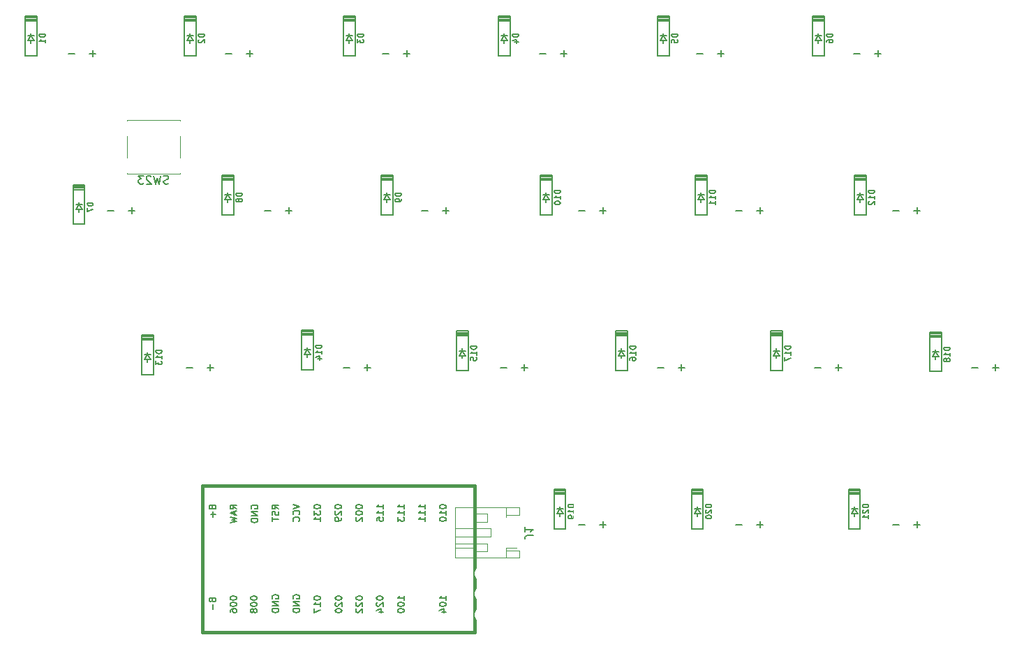
<source format=gbo>
G04 #@! TF.GenerationSoftware,KiCad,Pcbnew,(5.1.4)-1*
G04 #@! TF.CreationDate,2021-01-05T09:43:32-08:00*
G04 #@! TF.ProjectId,andante-classic,616e6461-6e74-4652-9d63-6c6173736963,rev?*
G04 #@! TF.SameCoordinates,Original*
G04 #@! TF.FileFunction,Legend,Bot*
G04 #@! TF.FilePolarity,Positive*
%FSLAX46Y46*%
G04 Gerber Fmt 4.6, Leading zero omitted, Abs format (unit mm)*
G04 Created by KiCad (PCBNEW (5.1.4)-1) date 2021-01-05 09:43:32*
%MOMM*%
%LPD*%
G04 APERTURE LIST*
%ADD10C,0.200000*%
%ADD11C,0.381000*%
%ADD12C,0.120000*%
%ADD13C,0.150000*%
%ADD14R,1.302000X1.302000*%
%ADD15R,2.007000X2.007000*%
%ADD16C,2.007000*%
%ADD17C,0.902000*%
%ADD18C,1.802000*%
%ADD19C,2.102000*%
%ADD20C,1.852000*%
%ADD21C,2.352000*%
%ADD22C,4.089800*%
%ADD23C,2.352000*%
%ADD24C,1.854600*%
%ADD25O,1.852000X1.302000*%
%ADD26C,0.100000*%
%ADD27C,1.302000*%
%ADD28C,1.702000*%
%ADD29R,1.702000X1.702000*%
%ADD30O,1.702000X2.102000*%
%ADD31R,1.652000X1.402000*%
G04 APERTURE END LIST*
D10*
X118872000Y-24560000D02*
X118872000Y-24860000D01*
X118872000Y-23960000D02*
X118872000Y-23660000D01*
X118522000Y-23960000D02*
X119272000Y-23960000D01*
X119272000Y-24560000D02*
X118872000Y-23960000D01*
X118522000Y-24560000D02*
X119272000Y-24560000D01*
X118872000Y-23960000D02*
X118522000Y-24560000D01*
X118172000Y-21560000D02*
X119572000Y-21560000D01*
X118172000Y-21760000D02*
X119572000Y-21760000D01*
X118172000Y-21960000D02*
X119572000Y-21960000D01*
X118172000Y-22160000D02*
X119572000Y-22160000D01*
X119572000Y-21560000D02*
X119572000Y-26360000D01*
X118172000Y-26360000D02*
X119572000Y-26360000D01*
X118172000Y-21560000D02*
X118172000Y-26360000D01*
X100076000Y-24560000D02*
X100076000Y-24860000D01*
X100076000Y-23960000D02*
X100076000Y-23660000D01*
X99726000Y-23960000D02*
X100476000Y-23960000D01*
X100476000Y-24560000D02*
X100076000Y-23960000D01*
X99726000Y-24560000D02*
X100476000Y-24560000D01*
X100076000Y-23960000D02*
X99726000Y-24560000D01*
X99376000Y-21560000D02*
X100776000Y-21560000D01*
X99376000Y-21760000D02*
X100776000Y-21760000D01*
X99376000Y-21960000D02*
X100776000Y-21960000D01*
X99376000Y-22160000D02*
X100776000Y-22160000D01*
X100776000Y-21560000D02*
X100776000Y-26360000D01*
X99376000Y-26360000D02*
X100776000Y-26360000D01*
X99376000Y-21560000D02*
X99376000Y-26360000D01*
X66548000Y-43864000D02*
X66548000Y-44164000D01*
X66548000Y-43264000D02*
X66548000Y-42964000D01*
X66198000Y-43264000D02*
X66948000Y-43264000D01*
X66948000Y-43864000D02*
X66548000Y-43264000D01*
X66198000Y-43864000D02*
X66948000Y-43864000D01*
X66548000Y-43264000D02*
X66198000Y-43864000D01*
X65848000Y-40864000D02*
X67248000Y-40864000D01*
X65848000Y-41064000D02*
X67248000Y-41064000D01*
X65848000Y-41264000D02*
X67248000Y-41264000D01*
X65848000Y-41464000D02*
X67248000Y-41464000D01*
X67248000Y-40864000D02*
X67248000Y-45664000D01*
X65848000Y-45664000D02*
X67248000Y-45664000D01*
X65848000Y-40864000D02*
X65848000Y-45664000D01*
X104187500Y-81964000D02*
X104187500Y-82264000D01*
X104187500Y-81364000D02*
X104187500Y-81064000D01*
X103837500Y-81364000D02*
X104587500Y-81364000D01*
X104587500Y-81964000D02*
X104187500Y-81364000D01*
X103837500Y-81964000D02*
X104587500Y-81964000D01*
X104187500Y-81364000D02*
X103837500Y-81964000D01*
X103487500Y-78964000D02*
X104887500Y-78964000D01*
X103487500Y-79164000D02*
X104887500Y-79164000D01*
X103487500Y-79364000D02*
X104887500Y-79364000D01*
X103487500Y-79564000D02*
X104887500Y-79564000D01*
X104887500Y-78964000D02*
X104887500Y-83764000D01*
X103487500Y-83764000D02*
X104887500Y-83764000D01*
X103487500Y-78964000D02*
X103487500Y-83764000D01*
X133096000Y-62908000D02*
X133096000Y-63208000D01*
X133096000Y-62308000D02*
X133096000Y-62008000D01*
X132746000Y-62308000D02*
X133496000Y-62308000D01*
X133496000Y-62908000D02*
X133096000Y-62308000D01*
X132746000Y-62908000D02*
X133496000Y-62908000D01*
X133096000Y-62308000D02*
X132746000Y-62908000D01*
X132396000Y-59908000D02*
X133796000Y-59908000D01*
X132396000Y-60108000D02*
X133796000Y-60108000D01*
X132396000Y-60308000D02*
X133796000Y-60308000D01*
X132396000Y-60508000D02*
X133796000Y-60508000D01*
X133796000Y-59908000D02*
X133796000Y-64708000D01*
X132396000Y-64708000D02*
X133796000Y-64708000D01*
X132396000Y-59908000D02*
X132396000Y-64708000D01*
X113792000Y-62784000D02*
X113792000Y-63084000D01*
X113792000Y-62184000D02*
X113792000Y-61884000D01*
X113442000Y-62184000D02*
X114192000Y-62184000D01*
X114192000Y-62784000D02*
X113792000Y-62184000D01*
X113442000Y-62784000D02*
X114192000Y-62784000D01*
X113792000Y-62184000D02*
X113442000Y-62784000D01*
X113092000Y-59784000D02*
X114492000Y-59784000D01*
X113092000Y-59984000D02*
X114492000Y-59984000D01*
X113092000Y-60184000D02*
X114492000Y-60184000D01*
X113092000Y-60384000D02*
X114492000Y-60384000D01*
X114492000Y-59784000D02*
X114492000Y-64584000D01*
X113092000Y-64584000D02*
X114492000Y-64584000D01*
X113092000Y-59784000D02*
X113092000Y-64584000D01*
X85852000Y-43864000D02*
X85852000Y-44164000D01*
X85852000Y-43264000D02*
X85852000Y-42964000D01*
X85502000Y-43264000D02*
X86252000Y-43264000D01*
X86252000Y-43864000D02*
X85852000Y-43264000D01*
X85502000Y-43864000D02*
X86252000Y-43864000D01*
X85852000Y-43264000D02*
X85502000Y-43864000D01*
X85152000Y-40864000D02*
X86552000Y-40864000D01*
X85152000Y-41064000D02*
X86552000Y-41064000D01*
X85152000Y-41264000D02*
X86552000Y-41264000D01*
X85152000Y-41464000D02*
X86552000Y-41464000D01*
X86552000Y-40864000D02*
X86552000Y-45664000D01*
X85152000Y-45664000D02*
X86552000Y-45664000D01*
X85152000Y-40864000D02*
X85152000Y-45664000D01*
X87518750Y-81964000D02*
X87518750Y-82264000D01*
X87518750Y-81364000D02*
X87518750Y-81064000D01*
X87168750Y-81364000D02*
X87918750Y-81364000D01*
X87918750Y-81964000D02*
X87518750Y-81364000D01*
X87168750Y-81964000D02*
X87918750Y-81964000D01*
X87518750Y-81364000D02*
X87168750Y-81964000D01*
X86818750Y-78964000D02*
X88218750Y-78964000D01*
X86818750Y-79164000D02*
X88218750Y-79164000D01*
X86818750Y-79364000D02*
X88218750Y-79364000D01*
X86818750Y-79564000D02*
X88218750Y-79564000D01*
X88218750Y-78964000D02*
X88218750Y-83764000D01*
X86818750Y-83764000D02*
X88218750Y-83764000D01*
X86818750Y-78964000D02*
X86818750Y-83764000D01*
X104648000Y-43864000D02*
X104648000Y-44164000D01*
X104648000Y-43264000D02*
X104648000Y-42964000D01*
X104298000Y-43264000D02*
X105048000Y-43264000D01*
X105048000Y-43864000D02*
X104648000Y-43264000D01*
X104298000Y-43864000D02*
X105048000Y-43864000D01*
X104648000Y-43264000D02*
X104298000Y-43864000D01*
X103948000Y-40864000D02*
X105348000Y-40864000D01*
X103948000Y-41064000D02*
X105348000Y-41064000D01*
X103948000Y-41264000D02*
X105348000Y-41264000D01*
X103948000Y-41464000D02*
X105348000Y-41464000D01*
X105348000Y-40864000D02*
X105348000Y-45664000D01*
X103948000Y-45664000D02*
X105348000Y-45664000D01*
X103948000Y-40864000D02*
X103948000Y-45664000D01*
X37512500Y-63262500D02*
X37512500Y-63562500D01*
X37512500Y-62662500D02*
X37512500Y-62362500D01*
X37162500Y-62662500D02*
X37912500Y-62662500D01*
X37912500Y-63262500D02*
X37512500Y-62662500D01*
X37162500Y-63262500D02*
X37912500Y-63262500D01*
X37512500Y-62662500D02*
X37162500Y-63262500D01*
X36812500Y-60262500D02*
X38212500Y-60262500D01*
X36812500Y-60462500D02*
X38212500Y-60462500D01*
X36812500Y-60662500D02*
X38212500Y-60662500D01*
X36812500Y-60862500D02*
X38212500Y-60862500D01*
X38212500Y-60262500D02*
X38212500Y-65062500D01*
X36812500Y-65062500D02*
X38212500Y-65062500D01*
X36812500Y-60262500D02*
X36812500Y-65062500D01*
X29194000Y-45038000D02*
X29194000Y-45338000D01*
X29194000Y-44438000D02*
X29194000Y-44138000D01*
X28844000Y-44438000D02*
X29594000Y-44438000D01*
X29594000Y-45038000D02*
X29194000Y-44438000D01*
X28844000Y-45038000D02*
X29594000Y-45038000D01*
X29194000Y-44438000D02*
X28844000Y-45038000D01*
X28494000Y-42038000D02*
X29894000Y-42038000D01*
X28494000Y-42238000D02*
X29894000Y-42238000D01*
X28494000Y-42438000D02*
X29894000Y-42438000D01*
X28494000Y-42638000D02*
X29894000Y-42638000D01*
X29894000Y-42038000D02*
X29894000Y-46838000D01*
X28494000Y-46838000D02*
X29894000Y-46838000D01*
X28494000Y-42038000D02*
X28494000Y-46838000D01*
X47244000Y-43864000D02*
X47244000Y-44164000D01*
X47244000Y-43264000D02*
X47244000Y-42964000D01*
X46894000Y-43264000D02*
X47644000Y-43264000D01*
X47644000Y-43864000D02*
X47244000Y-43264000D01*
X46894000Y-43864000D02*
X47644000Y-43864000D01*
X47244000Y-43264000D02*
X46894000Y-43864000D01*
X46544000Y-40864000D02*
X47944000Y-40864000D01*
X46544000Y-41064000D02*
X47944000Y-41064000D01*
X46544000Y-41264000D02*
X47944000Y-41264000D01*
X46544000Y-41464000D02*
X47944000Y-41464000D01*
X47944000Y-40864000D02*
X47944000Y-45664000D01*
X46544000Y-45664000D02*
X47944000Y-45664000D01*
X46544000Y-40864000D02*
X46544000Y-45664000D01*
X123952000Y-43864000D02*
X123952000Y-44164000D01*
X123952000Y-43264000D02*
X123952000Y-42964000D01*
X123602000Y-43264000D02*
X124352000Y-43264000D01*
X124352000Y-43864000D02*
X123952000Y-43264000D01*
X123602000Y-43864000D02*
X124352000Y-43864000D01*
X123952000Y-43264000D02*
X123602000Y-43864000D01*
X123252000Y-40864000D02*
X124652000Y-40864000D01*
X123252000Y-41064000D02*
X124652000Y-41064000D01*
X123252000Y-41264000D02*
X124652000Y-41264000D01*
X123252000Y-41464000D02*
X124652000Y-41464000D01*
X124652000Y-40864000D02*
X124652000Y-45664000D01*
X123252000Y-45664000D02*
X124652000Y-45664000D01*
X123252000Y-40864000D02*
X123252000Y-45664000D01*
X123237500Y-81964000D02*
X123237500Y-82264000D01*
X123237500Y-81364000D02*
X123237500Y-81064000D01*
X122887500Y-81364000D02*
X123637500Y-81364000D01*
X123637500Y-81964000D02*
X123237500Y-81364000D01*
X122887500Y-81964000D02*
X123637500Y-81964000D01*
X123237500Y-81364000D02*
X122887500Y-81964000D01*
X122537500Y-78964000D02*
X123937500Y-78964000D01*
X122537500Y-79164000D02*
X123937500Y-79164000D01*
X122537500Y-79364000D02*
X123937500Y-79364000D01*
X122537500Y-79564000D02*
X123937500Y-79564000D01*
X123937500Y-78964000D02*
X123937500Y-83764000D01*
X122537500Y-83764000D02*
X123937500Y-83764000D01*
X122537500Y-78964000D02*
X122537500Y-83764000D01*
X75692000Y-62784000D02*
X75692000Y-63084000D01*
X75692000Y-62184000D02*
X75692000Y-61884000D01*
X75342000Y-62184000D02*
X76092000Y-62184000D01*
X76092000Y-62784000D02*
X75692000Y-62184000D01*
X75342000Y-62784000D02*
X76092000Y-62784000D01*
X75692000Y-62184000D02*
X75342000Y-62784000D01*
X74992000Y-59784000D02*
X76392000Y-59784000D01*
X74992000Y-59984000D02*
X76392000Y-59984000D01*
X74992000Y-60184000D02*
X76392000Y-60184000D01*
X74992000Y-60384000D02*
X76392000Y-60384000D01*
X76392000Y-59784000D02*
X76392000Y-64584000D01*
X74992000Y-64584000D02*
X76392000Y-64584000D01*
X74992000Y-59784000D02*
X74992000Y-64584000D01*
X56896000Y-62660000D02*
X56896000Y-62960000D01*
X56896000Y-62060000D02*
X56896000Y-61760000D01*
X56546000Y-62060000D02*
X57296000Y-62060000D01*
X57296000Y-62660000D02*
X56896000Y-62060000D01*
X56546000Y-62660000D02*
X57296000Y-62660000D01*
X56896000Y-62060000D02*
X56546000Y-62660000D01*
X56196000Y-59660000D02*
X57596000Y-59660000D01*
X56196000Y-59860000D02*
X57596000Y-59860000D01*
X56196000Y-60060000D02*
X57596000Y-60060000D01*
X56196000Y-60260000D02*
X57596000Y-60260000D01*
X57596000Y-59660000D02*
X57596000Y-64460000D01*
X56196000Y-64460000D02*
X57596000Y-64460000D01*
X56196000Y-59660000D02*
X56196000Y-64460000D01*
D11*
X77160538Y-78518380D02*
X44140538Y-78518380D01*
X77160538Y-96298380D02*
X77160538Y-78518380D01*
X44140538Y-96298380D02*
X77160538Y-96298380D01*
X44140538Y-78518380D02*
X44140538Y-96298380D01*
D12*
X81028750Y-86112000D02*
X82243750Y-86112000D01*
X77068750Y-86052000D02*
X74808750Y-86052000D01*
X77068750Y-85552000D02*
X74808750Y-85552000D01*
X78668750Y-82952000D02*
X78668750Y-81952000D01*
X77068750Y-82952000D02*
X78668750Y-82952000D01*
X77068750Y-81952000D02*
X77068750Y-82952000D01*
X78668750Y-81952000D02*
X77068750Y-81952000D01*
X78668750Y-85552000D02*
X78668750Y-86552000D01*
X77068750Y-85552000D02*
X78668750Y-85552000D01*
X77068750Y-86552000D02*
X77068750Y-85552000D01*
X78668750Y-86552000D02*
X77068750Y-86552000D01*
X81028750Y-81192000D02*
X81028750Y-82112000D01*
X81028750Y-87312000D02*
X81028750Y-86392000D01*
X79168750Y-83752000D02*
X74808750Y-83752000D01*
X79168750Y-84752000D02*
X79168750Y-83752000D01*
X74808750Y-84752000D02*
X79168750Y-84752000D01*
X81028750Y-82112000D02*
X81028750Y-82392000D01*
X82628750Y-82112000D02*
X81028750Y-82112000D01*
X82628750Y-81192000D02*
X82628750Y-82112000D01*
X74808750Y-81192000D02*
X82628750Y-81192000D01*
X74808750Y-87312000D02*
X74808750Y-81192000D01*
X82628750Y-87312000D02*
X74808750Y-87312000D01*
X82628750Y-86392000D02*
X82628750Y-87312000D01*
X81028750Y-86392000D02*
X82628750Y-86392000D01*
X81028750Y-86112000D02*
X81028750Y-86392000D01*
D10*
X94996000Y-62784000D02*
X94996000Y-63084000D01*
X94996000Y-62184000D02*
X94996000Y-61884000D01*
X94646000Y-62184000D02*
X95396000Y-62184000D01*
X95396000Y-62784000D02*
X94996000Y-62184000D01*
X94646000Y-62784000D02*
X95396000Y-62784000D01*
X94996000Y-62184000D02*
X94646000Y-62784000D01*
X94296000Y-59784000D02*
X95696000Y-59784000D01*
X94296000Y-59984000D02*
X95696000Y-59984000D01*
X94296000Y-60184000D02*
X95696000Y-60184000D01*
X94296000Y-60384000D02*
X95696000Y-60384000D01*
X95696000Y-59784000D02*
X95696000Y-64584000D01*
X94296000Y-64584000D02*
X95696000Y-64584000D01*
X94296000Y-59784000D02*
X94296000Y-64584000D01*
D12*
X34990000Y-34210000D02*
X41450000Y-34210000D01*
X34990000Y-38740000D02*
X34990000Y-36140000D01*
X34990000Y-40670000D02*
X41450000Y-40670000D01*
X41450000Y-38740000D02*
X41450000Y-36140000D01*
X34990000Y-40640000D02*
X34990000Y-40670000D01*
X34990000Y-34210000D02*
X34990000Y-34240000D01*
X41450000Y-34210000D02*
X41450000Y-34240000D01*
X41450000Y-40670000D02*
X41450000Y-40640000D01*
D10*
X23368000Y-24560000D02*
X23368000Y-24860000D01*
X23368000Y-23960000D02*
X23368000Y-23660000D01*
X23018000Y-23960000D02*
X23768000Y-23960000D01*
X23768000Y-24560000D02*
X23368000Y-23960000D01*
X23018000Y-24560000D02*
X23768000Y-24560000D01*
X23368000Y-23960000D02*
X23018000Y-24560000D01*
X22668000Y-21560000D02*
X24068000Y-21560000D01*
X22668000Y-21760000D02*
X24068000Y-21760000D01*
X22668000Y-21960000D02*
X24068000Y-21960000D01*
X22668000Y-22160000D02*
X24068000Y-22160000D01*
X24068000Y-21560000D02*
X24068000Y-26360000D01*
X22668000Y-26360000D02*
X24068000Y-26360000D01*
X22668000Y-21560000D02*
X22668000Y-26360000D01*
X42672000Y-24560000D02*
X42672000Y-24860000D01*
X42672000Y-23960000D02*
X42672000Y-23660000D01*
X42322000Y-23960000D02*
X43072000Y-23960000D01*
X43072000Y-24560000D02*
X42672000Y-23960000D01*
X42322000Y-24560000D02*
X43072000Y-24560000D01*
X42672000Y-23960000D02*
X42322000Y-24560000D01*
X41972000Y-21560000D02*
X43372000Y-21560000D01*
X41972000Y-21760000D02*
X43372000Y-21760000D01*
X41972000Y-21960000D02*
X43372000Y-21960000D01*
X41972000Y-22160000D02*
X43372000Y-22160000D01*
X43372000Y-21560000D02*
X43372000Y-26360000D01*
X41972000Y-26360000D02*
X43372000Y-26360000D01*
X41972000Y-21560000D02*
X41972000Y-26360000D01*
X80772000Y-24560000D02*
X80772000Y-24860000D01*
X80772000Y-23960000D02*
X80772000Y-23660000D01*
X80422000Y-23960000D02*
X81172000Y-23960000D01*
X81172000Y-24560000D02*
X80772000Y-23960000D01*
X80422000Y-24560000D02*
X81172000Y-24560000D01*
X80772000Y-23960000D02*
X80422000Y-24560000D01*
X80072000Y-21560000D02*
X81472000Y-21560000D01*
X80072000Y-21760000D02*
X81472000Y-21760000D01*
X80072000Y-21960000D02*
X81472000Y-21960000D01*
X80072000Y-22160000D02*
X81472000Y-22160000D01*
X81472000Y-21560000D02*
X81472000Y-26360000D01*
X80072000Y-26360000D02*
X81472000Y-26360000D01*
X80072000Y-21560000D02*
X80072000Y-26360000D01*
X61976000Y-24560000D02*
X61976000Y-24860000D01*
X61976000Y-23960000D02*
X61976000Y-23660000D01*
X61626000Y-23960000D02*
X62376000Y-23960000D01*
X62376000Y-24560000D02*
X61976000Y-23960000D01*
X61626000Y-24560000D02*
X62376000Y-24560000D01*
X61976000Y-23960000D02*
X61626000Y-24560000D01*
X61276000Y-21560000D02*
X62676000Y-21560000D01*
X61276000Y-21760000D02*
X62676000Y-21760000D01*
X61276000Y-21960000D02*
X62676000Y-21960000D01*
X61276000Y-22160000D02*
X62676000Y-22160000D01*
X62676000Y-21560000D02*
X62676000Y-26360000D01*
X61276000Y-26360000D02*
X62676000Y-26360000D01*
X61276000Y-21560000D02*
X61276000Y-26360000D01*
D13*
X120588666Y-23743333D02*
X119888666Y-23743333D01*
X119888666Y-23910000D01*
X119922000Y-24010000D01*
X119988666Y-24076666D01*
X120055333Y-24110000D01*
X120188666Y-24143333D01*
X120288666Y-24143333D01*
X120422000Y-24110000D01*
X120488666Y-24076666D01*
X120555333Y-24010000D01*
X120588666Y-23910000D01*
X120588666Y-23743333D01*
X119888666Y-24743333D02*
X119888666Y-24610000D01*
X119922000Y-24543333D01*
X119955333Y-24510000D01*
X120055333Y-24443333D01*
X120188666Y-24410000D01*
X120455333Y-24410000D01*
X120522000Y-24443333D01*
X120555333Y-24476666D01*
X120588666Y-24543333D01*
X120588666Y-24676666D01*
X120555333Y-24743333D01*
X120522000Y-24776666D01*
X120455333Y-24810000D01*
X120288666Y-24810000D01*
X120222000Y-24776666D01*
X120188666Y-24743333D01*
X120155333Y-24676666D01*
X120155333Y-24543333D01*
X120188666Y-24476666D01*
X120222000Y-24443333D01*
X120288666Y-24410000D01*
X101792666Y-23743333D02*
X101092666Y-23743333D01*
X101092666Y-23910000D01*
X101126000Y-24010000D01*
X101192666Y-24076666D01*
X101259333Y-24110000D01*
X101392666Y-24143333D01*
X101492666Y-24143333D01*
X101626000Y-24110000D01*
X101692666Y-24076666D01*
X101759333Y-24010000D01*
X101792666Y-23910000D01*
X101792666Y-23743333D01*
X101092666Y-24776666D02*
X101092666Y-24443333D01*
X101426000Y-24410000D01*
X101392666Y-24443333D01*
X101359333Y-24510000D01*
X101359333Y-24676666D01*
X101392666Y-24743333D01*
X101426000Y-24776666D01*
X101492666Y-24810000D01*
X101659333Y-24810000D01*
X101726000Y-24776666D01*
X101759333Y-24743333D01*
X101792666Y-24676666D01*
X101792666Y-24510000D01*
X101759333Y-24443333D01*
X101726000Y-24410000D01*
X68264666Y-43047333D02*
X67564666Y-43047333D01*
X67564666Y-43214000D01*
X67598000Y-43314000D01*
X67664666Y-43380666D01*
X67731333Y-43414000D01*
X67864666Y-43447333D01*
X67964666Y-43447333D01*
X68098000Y-43414000D01*
X68164666Y-43380666D01*
X68231333Y-43314000D01*
X68264666Y-43214000D01*
X68264666Y-43047333D01*
X68264666Y-43780666D02*
X68264666Y-43914000D01*
X68231333Y-43980666D01*
X68198000Y-44014000D01*
X68098000Y-44080666D01*
X67964666Y-44114000D01*
X67698000Y-44114000D01*
X67631333Y-44080666D01*
X67598000Y-44047333D01*
X67564666Y-43980666D01*
X67564666Y-43847333D01*
X67598000Y-43780666D01*
X67631333Y-43747333D01*
X67698000Y-43714000D01*
X67864666Y-43714000D01*
X67931333Y-43747333D01*
X67964666Y-43780666D01*
X67998000Y-43847333D01*
X67998000Y-43980666D01*
X67964666Y-44047333D01*
X67931333Y-44080666D01*
X67864666Y-44114000D01*
X105904166Y-80814000D02*
X105204166Y-80814000D01*
X105204166Y-80980666D01*
X105237500Y-81080666D01*
X105304166Y-81147333D01*
X105370833Y-81180666D01*
X105504166Y-81214000D01*
X105604166Y-81214000D01*
X105737500Y-81180666D01*
X105804166Y-81147333D01*
X105870833Y-81080666D01*
X105904166Y-80980666D01*
X105904166Y-80814000D01*
X105270833Y-81480666D02*
X105237500Y-81514000D01*
X105204166Y-81580666D01*
X105204166Y-81747333D01*
X105237500Y-81814000D01*
X105270833Y-81847333D01*
X105337500Y-81880666D01*
X105404166Y-81880666D01*
X105504166Y-81847333D01*
X105904166Y-81447333D01*
X105904166Y-81880666D01*
X105204166Y-82314000D02*
X105204166Y-82380666D01*
X105237500Y-82447333D01*
X105270833Y-82480666D01*
X105337500Y-82514000D01*
X105470833Y-82547333D01*
X105637500Y-82547333D01*
X105770833Y-82514000D01*
X105837500Y-82480666D01*
X105870833Y-82447333D01*
X105904166Y-82380666D01*
X105904166Y-82314000D01*
X105870833Y-82247333D01*
X105837500Y-82214000D01*
X105770833Y-82180666D01*
X105637500Y-82147333D01*
X105470833Y-82147333D01*
X105337500Y-82180666D01*
X105270833Y-82214000D01*
X105237500Y-82247333D01*
X105204166Y-82314000D01*
X134812666Y-61758000D02*
X134112666Y-61758000D01*
X134112666Y-61924666D01*
X134146000Y-62024666D01*
X134212666Y-62091333D01*
X134279333Y-62124666D01*
X134412666Y-62158000D01*
X134512666Y-62158000D01*
X134646000Y-62124666D01*
X134712666Y-62091333D01*
X134779333Y-62024666D01*
X134812666Y-61924666D01*
X134812666Y-61758000D01*
X134812666Y-62824666D02*
X134812666Y-62424666D01*
X134812666Y-62624666D02*
X134112666Y-62624666D01*
X134212666Y-62558000D01*
X134279333Y-62491333D01*
X134312666Y-62424666D01*
X134412666Y-63224666D02*
X134379333Y-63158000D01*
X134346000Y-63124666D01*
X134279333Y-63091333D01*
X134246000Y-63091333D01*
X134179333Y-63124666D01*
X134146000Y-63158000D01*
X134112666Y-63224666D01*
X134112666Y-63358000D01*
X134146000Y-63424666D01*
X134179333Y-63458000D01*
X134246000Y-63491333D01*
X134279333Y-63491333D01*
X134346000Y-63458000D01*
X134379333Y-63424666D01*
X134412666Y-63358000D01*
X134412666Y-63224666D01*
X134446000Y-63158000D01*
X134479333Y-63124666D01*
X134546000Y-63091333D01*
X134679333Y-63091333D01*
X134746000Y-63124666D01*
X134779333Y-63158000D01*
X134812666Y-63224666D01*
X134812666Y-63358000D01*
X134779333Y-63424666D01*
X134746000Y-63458000D01*
X134679333Y-63491333D01*
X134546000Y-63491333D01*
X134479333Y-63458000D01*
X134446000Y-63424666D01*
X134412666Y-63358000D01*
X115508666Y-61634000D02*
X114808666Y-61634000D01*
X114808666Y-61800666D01*
X114842000Y-61900666D01*
X114908666Y-61967333D01*
X114975333Y-62000666D01*
X115108666Y-62034000D01*
X115208666Y-62034000D01*
X115342000Y-62000666D01*
X115408666Y-61967333D01*
X115475333Y-61900666D01*
X115508666Y-61800666D01*
X115508666Y-61634000D01*
X115508666Y-62700666D02*
X115508666Y-62300666D01*
X115508666Y-62500666D02*
X114808666Y-62500666D01*
X114908666Y-62434000D01*
X114975333Y-62367333D01*
X115008666Y-62300666D01*
X114808666Y-62934000D02*
X114808666Y-63400666D01*
X115508666Y-63100666D01*
X87568666Y-42714000D02*
X86868666Y-42714000D01*
X86868666Y-42880666D01*
X86902000Y-42980666D01*
X86968666Y-43047333D01*
X87035333Y-43080666D01*
X87168666Y-43114000D01*
X87268666Y-43114000D01*
X87402000Y-43080666D01*
X87468666Y-43047333D01*
X87535333Y-42980666D01*
X87568666Y-42880666D01*
X87568666Y-42714000D01*
X87568666Y-43780666D02*
X87568666Y-43380666D01*
X87568666Y-43580666D02*
X86868666Y-43580666D01*
X86968666Y-43514000D01*
X87035333Y-43447333D01*
X87068666Y-43380666D01*
X86868666Y-44214000D02*
X86868666Y-44280666D01*
X86902000Y-44347333D01*
X86935333Y-44380666D01*
X87002000Y-44414000D01*
X87135333Y-44447333D01*
X87302000Y-44447333D01*
X87435333Y-44414000D01*
X87502000Y-44380666D01*
X87535333Y-44347333D01*
X87568666Y-44280666D01*
X87568666Y-44214000D01*
X87535333Y-44147333D01*
X87502000Y-44114000D01*
X87435333Y-44080666D01*
X87302000Y-44047333D01*
X87135333Y-44047333D01*
X87002000Y-44080666D01*
X86935333Y-44114000D01*
X86902000Y-44147333D01*
X86868666Y-44214000D01*
X89235416Y-80814000D02*
X88535416Y-80814000D01*
X88535416Y-80980666D01*
X88568750Y-81080666D01*
X88635416Y-81147333D01*
X88702083Y-81180666D01*
X88835416Y-81214000D01*
X88935416Y-81214000D01*
X89068750Y-81180666D01*
X89135416Y-81147333D01*
X89202083Y-81080666D01*
X89235416Y-80980666D01*
X89235416Y-80814000D01*
X89235416Y-81880666D02*
X89235416Y-81480666D01*
X89235416Y-81680666D02*
X88535416Y-81680666D01*
X88635416Y-81614000D01*
X88702083Y-81547333D01*
X88735416Y-81480666D01*
X89235416Y-82214000D02*
X89235416Y-82347333D01*
X89202083Y-82414000D01*
X89168750Y-82447333D01*
X89068750Y-82514000D01*
X88935416Y-82547333D01*
X88668750Y-82547333D01*
X88602083Y-82514000D01*
X88568750Y-82480666D01*
X88535416Y-82414000D01*
X88535416Y-82280666D01*
X88568750Y-82214000D01*
X88602083Y-82180666D01*
X88668750Y-82147333D01*
X88835416Y-82147333D01*
X88902083Y-82180666D01*
X88935416Y-82214000D01*
X88968750Y-82280666D01*
X88968750Y-82414000D01*
X88935416Y-82480666D01*
X88902083Y-82514000D01*
X88835416Y-82547333D01*
X106364666Y-42714000D02*
X105664666Y-42714000D01*
X105664666Y-42880666D01*
X105698000Y-42980666D01*
X105764666Y-43047333D01*
X105831333Y-43080666D01*
X105964666Y-43114000D01*
X106064666Y-43114000D01*
X106198000Y-43080666D01*
X106264666Y-43047333D01*
X106331333Y-42980666D01*
X106364666Y-42880666D01*
X106364666Y-42714000D01*
X106364666Y-43780666D02*
X106364666Y-43380666D01*
X106364666Y-43580666D02*
X105664666Y-43580666D01*
X105764666Y-43514000D01*
X105831333Y-43447333D01*
X105864666Y-43380666D01*
X106364666Y-44447333D02*
X106364666Y-44047333D01*
X106364666Y-44247333D02*
X105664666Y-44247333D01*
X105764666Y-44180666D01*
X105831333Y-44114000D01*
X105864666Y-44047333D01*
X39229166Y-62112500D02*
X38529166Y-62112500D01*
X38529166Y-62279166D01*
X38562500Y-62379166D01*
X38629166Y-62445833D01*
X38695833Y-62479166D01*
X38829166Y-62512500D01*
X38929166Y-62512500D01*
X39062500Y-62479166D01*
X39129166Y-62445833D01*
X39195833Y-62379166D01*
X39229166Y-62279166D01*
X39229166Y-62112500D01*
X39229166Y-63179166D02*
X39229166Y-62779166D01*
X39229166Y-62979166D02*
X38529166Y-62979166D01*
X38629166Y-62912500D01*
X38695833Y-62845833D01*
X38729166Y-62779166D01*
X38529166Y-63412500D02*
X38529166Y-63845833D01*
X38795833Y-63612500D01*
X38795833Y-63712500D01*
X38829166Y-63779166D01*
X38862500Y-63812500D01*
X38929166Y-63845833D01*
X39095833Y-63845833D01*
X39162500Y-63812500D01*
X39195833Y-63779166D01*
X39229166Y-63712500D01*
X39229166Y-63512500D01*
X39195833Y-63445833D01*
X39162500Y-63412500D01*
X30910666Y-44221333D02*
X30210666Y-44221333D01*
X30210666Y-44388000D01*
X30244000Y-44488000D01*
X30310666Y-44554666D01*
X30377333Y-44588000D01*
X30510666Y-44621333D01*
X30610666Y-44621333D01*
X30744000Y-44588000D01*
X30810666Y-44554666D01*
X30877333Y-44488000D01*
X30910666Y-44388000D01*
X30910666Y-44221333D01*
X30210666Y-44854666D02*
X30210666Y-45321333D01*
X30910666Y-45021333D01*
X48960666Y-43047333D02*
X48260666Y-43047333D01*
X48260666Y-43214000D01*
X48294000Y-43314000D01*
X48360666Y-43380666D01*
X48427333Y-43414000D01*
X48560666Y-43447333D01*
X48660666Y-43447333D01*
X48794000Y-43414000D01*
X48860666Y-43380666D01*
X48927333Y-43314000D01*
X48960666Y-43214000D01*
X48960666Y-43047333D01*
X48560666Y-43847333D02*
X48527333Y-43780666D01*
X48494000Y-43747333D01*
X48427333Y-43714000D01*
X48394000Y-43714000D01*
X48327333Y-43747333D01*
X48294000Y-43780666D01*
X48260666Y-43847333D01*
X48260666Y-43980666D01*
X48294000Y-44047333D01*
X48327333Y-44080666D01*
X48394000Y-44114000D01*
X48427333Y-44114000D01*
X48494000Y-44080666D01*
X48527333Y-44047333D01*
X48560666Y-43980666D01*
X48560666Y-43847333D01*
X48594000Y-43780666D01*
X48627333Y-43747333D01*
X48694000Y-43714000D01*
X48827333Y-43714000D01*
X48894000Y-43747333D01*
X48927333Y-43780666D01*
X48960666Y-43847333D01*
X48960666Y-43980666D01*
X48927333Y-44047333D01*
X48894000Y-44080666D01*
X48827333Y-44114000D01*
X48694000Y-44114000D01*
X48627333Y-44080666D01*
X48594000Y-44047333D01*
X48560666Y-43980666D01*
X125668666Y-42714000D02*
X124968666Y-42714000D01*
X124968666Y-42880666D01*
X125002000Y-42980666D01*
X125068666Y-43047333D01*
X125135333Y-43080666D01*
X125268666Y-43114000D01*
X125368666Y-43114000D01*
X125502000Y-43080666D01*
X125568666Y-43047333D01*
X125635333Y-42980666D01*
X125668666Y-42880666D01*
X125668666Y-42714000D01*
X125668666Y-43780666D02*
X125668666Y-43380666D01*
X125668666Y-43580666D02*
X124968666Y-43580666D01*
X125068666Y-43514000D01*
X125135333Y-43447333D01*
X125168666Y-43380666D01*
X125035333Y-44047333D02*
X125002000Y-44080666D01*
X124968666Y-44147333D01*
X124968666Y-44314000D01*
X125002000Y-44380666D01*
X125035333Y-44414000D01*
X125102000Y-44447333D01*
X125168666Y-44447333D01*
X125268666Y-44414000D01*
X125668666Y-44014000D01*
X125668666Y-44447333D01*
X124954166Y-80814000D02*
X124254166Y-80814000D01*
X124254166Y-80980666D01*
X124287500Y-81080666D01*
X124354166Y-81147333D01*
X124420833Y-81180666D01*
X124554166Y-81214000D01*
X124654166Y-81214000D01*
X124787500Y-81180666D01*
X124854166Y-81147333D01*
X124920833Y-81080666D01*
X124954166Y-80980666D01*
X124954166Y-80814000D01*
X124320833Y-81480666D02*
X124287500Y-81514000D01*
X124254166Y-81580666D01*
X124254166Y-81747333D01*
X124287500Y-81814000D01*
X124320833Y-81847333D01*
X124387500Y-81880666D01*
X124454166Y-81880666D01*
X124554166Y-81847333D01*
X124954166Y-81447333D01*
X124954166Y-81880666D01*
X124954166Y-82547333D02*
X124954166Y-82147333D01*
X124954166Y-82347333D02*
X124254166Y-82347333D01*
X124354166Y-82280666D01*
X124420833Y-82214000D01*
X124454166Y-82147333D01*
X77408666Y-61634000D02*
X76708666Y-61634000D01*
X76708666Y-61800666D01*
X76742000Y-61900666D01*
X76808666Y-61967333D01*
X76875333Y-62000666D01*
X77008666Y-62034000D01*
X77108666Y-62034000D01*
X77242000Y-62000666D01*
X77308666Y-61967333D01*
X77375333Y-61900666D01*
X77408666Y-61800666D01*
X77408666Y-61634000D01*
X77408666Y-62700666D02*
X77408666Y-62300666D01*
X77408666Y-62500666D02*
X76708666Y-62500666D01*
X76808666Y-62434000D01*
X76875333Y-62367333D01*
X76908666Y-62300666D01*
X76708666Y-63334000D02*
X76708666Y-63000666D01*
X77042000Y-62967333D01*
X77008666Y-63000666D01*
X76975333Y-63067333D01*
X76975333Y-63234000D01*
X77008666Y-63300666D01*
X77042000Y-63334000D01*
X77108666Y-63367333D01*
X77275333Y-63367333D01*
X77342000Y-63334000D01*
X77375333Y-63300666D01*
X77408666Y-63234000D01*
X77408666Y-63067333D01*
X77375333Y-63000666D01*
X77342000Y-62967333D01*
X127936547Y-83283928D02*
X128698452Y-83283928D01*
X130476547Y-83283928D02*
X131238452Y-83283928D01*
X130857500Y-83664880D02*
X130857500Y-82902976D01*
X80311547Y-64233928D02*
X81073452Y-64233928D01*
X82851547Y-64233928D02*
X83613452Y-64233928D01*
X83232500Y-64614880D02*
X83232500Y-63852976D01*
X58612666Y-61510000D02*
X57912666Y-61510000D01*
X57912666Y-61676666D01*
X57946000Y-61776666D01*
X58012666Y-61843333D01*
X58079333Y-61876666D01*
X58212666Y-61910000D01*
X58312666Y-61910000D01*
X58446000Y-61876666D01*
X58512666Y-61843333D01*
X58579333Y-61776666D01*
X58612666Y-61676666D01*
X58612666Y-61510000D01*
X58612666Y-62576666D02*
X58612666Y-62176666D01*
X58612666Y-62376666D02*
X57912666Y-62376666D01*
X58012666Y-62310000D01*
X58079333Y-62243333D01*
X58112666Y-62176666D01*
X58146000Y-63176666D02*
X58612666Y-63176666D01*
X57879333Y-63010000D02*
X58379333Y-62843333D01*
X58379333Y-63276666D01*
X32686547Y-45183928D02*
X33448452Y-45183928D01*
X35226547Y-45183928D02*
X35988452Y-45183928D01*
X35607500Y-45564880D02*
X35607500Y-44802976D01*
X42211547Y-64233928D02*
X42973452Y-64233928D01*
X44751547Y-64233928D02*
X45513452Y-64233928D01*
X45132500Y-64614880D02*
X45132500Y-63852976D01*
X85074047Y-26133928D02*
X85835952Y-26133928D01*
X87614047Y-26133928D02*
X88375952Y-26133928D01*
X87995000Y-26514880D02*
X87995000Y-25752976D01*
X118411547Y-64233928D02*
X119173452Y-64233928D01*
X120951547Y-64233928D02*
X121713452Y-64233928D01*
X121332500Y-64614880D02*
X121332500Y-63852976D01*
X49982442Y-92145570D02*
X49982442Y-92221760D01*
X50020538Y-92297950D01*
X50058633Y-92336046D01*
X50134823Y-92374141D01*
X50287204Y-92412236D01*
X50477680Y-92412236D01*
X50630061Y-92374141D01*
X50706252Y-92336046D01*
X50744347Y-92297950D01*
X50782442Y-92221760D01*
X50782442Y-92145570D01*
X50744347Y-92069379D01*
X50706252Y-92031284D01*
X50630061Y-91993189D01*
X50477680Y-91955093D01*
X50287204Y-91955093D01*
X50134823Y-91993189D01*
X50058633Y-92031284D01*
X50020538Y-92069379D01*
X49982442Y-92145570D01*
X49982442Y-92907474D02*
X49982442Y-92983665D01*
X50020538Y-93059855D01*
X50058633Y-93097950D01*
X50134823Y-93136046D01*
X50287204Y-93174141D01*
X50477680Y-93174141D01*
X50630061Y-93136046D01*
X50706252Y-93097950D01*
X50744347Y-93059855D01*
X50782442Y-92983665D01*
X50782442Y-92907474D01*
X50744347Y-92831284D01*
X50706252Y-92793189D01*
X50630061Y-92755093D01*
X50477680Y-92716998D01*
X50287204Y-92716998D01*
X50134823Y-92755093D01*
X50058633Y-92793189D01*
X50020538Y-92831284D01*
X49982442Y-92907474D01*
X50325299Y-93631284D02*
X50287204Y-93555093D01*
X50249109Y-93516998D01*
X50172918Y-93478903D01*
X50134823Y-93478903D01*
X50058633Y-93516998D01*
X50020538Y-93555093D01*
X49982442Y-93631284D01*
X49982442Y-93783665D01*
X50020538Y-93859855D01*
X50058633Y-93897950D01*
X50134823Y-93936046D01*
X50172918Y-93936046D01*
X50249109Y-93897950D01*
X50287204Y-93859855D01*
X50325299Y-93783665D01*
X50325299Y-93631284D01*
X50363395Y-93555093D01*
X50401490Y-93516998D01*
X50477680Y-93478903D01*
X50630061Y-93478903D01*
X50706252Y-93516998D01*
X50744347Y-93555093D01*
X50782442Y-93631284D01*
X50782442Y-93783665D01*
X50744347Y-93859855D01*
X50706252Y-93897950D01*
X50630061Y-93936046D01*
X50477680Y-93936046D01*
X50401490Y-93897950D01*
X50363395Y-93859855D01*
X50325299Y-93783665D01*
X60282442Y-92145570D02*
X60282442Y-92221760D01*
X60320538Y-92297950D01*
X60358633Y-92336046D01*
X60434823Y-92374141D01*
X60587204Y-92412236D01*
X60777680Y-92412236D01*
X60930061Y-92374141D01*
X61006252Y-92336046D01*
X61044347Y-92297950D01*
X61082442Y-92221760D01*
X61082442Y-92145570D01*
X61044347Y-92069379D01*
X61006252Y-92031284D01*
X60930061Y-91993189D01*
X60777680Y-91955093D01*
X60587204Y-91955093D01*
X60434823Y-91993189D01*
X60358633Y-92031284D01*
X60320538Y-92069379D01*
X60282442Y-92145570D01*
X60358633Y-92716998D02*
X60320538Y-92755093D01*
X60282442Y-92831284D01*
X60282442Y-93021760D01*
X60320538Y-93097950D01*
X60358633Y-93136046D01*
X60434823Y-93174141D01*
X60511014Y-93174141D01*
X60625299Y-93136046D01*
X61082442Y-92678903D01*
X61082442Y-93174141D01*
X60282442Y-93669379D02*
X60282442Y-93745570D01*
X60320538Y-93821760D01*
X60358633Y-93859855D01*
X60434823Y-93897950D01*
X60587204Y-93936046D01*
X60777680Y-93936046D01*
X60930061Y-93897950D01*
X61006252Y-93859855D01*
X61044347Y-93821760D01*
X61082442Y-93745570D01*
X61082442Y-93669379D01*
X61044347Y-93593189D01*
X61006252Y-93555093D01*
X60930061Y-93516998D01*
X60777680Y-93478903D01*
X60587204Y-93478903D01*
X60434823Y-93516998D01*
X60358633Y-93555093D01*
X60320538Y-93593189D01*
X60282442Y-93669379D01*
X57672442Y-92145570D02*
X57672442Y-92221760D01*
X57710538Y-92297950D01*
X57748633Y-92336046D01*
X57824823Y-92374141D01*
X57977204Y-92412236D01*
X58167680Y-92412236D01*
X58320061Y-92374141D01*
X58396252Y-92336046D01*
X58434347Y-92297950D01*
X58472442Y-92221760D01*
X58472442Y-92145570D01*
X58434347Y-92069379D01*
X58396252Y-92031284D01*
X58320061Y-91993189D01*
X58167680Y-91955093D01*
X57977204Y-91955093D01*
X57824823Y-91993189D01*
X57748633Y-92031284D01*
X57710538Y-92069379D01*
X57672442Y-92145570D01*
X58472442Y-93174141D02*
X58472442Y-92716998D01*
X58472442Y-92945570D02*
X57672442Y-92945570D01*
X57786728Y-92869379D01*
X57862918Y-92793189D01*
X57901014Y-92716998D01*
X57672442Y-93440808D02*
X57672442Y-93974141D01*
X58472442Y-93631284D01*
X55170538Y-92259856D02*
X55132442Y-92183665D01*
X55132442Y-92069380D01*
X55170538Y-91955094D01*
X55246728Y-91878903D01*
X55322918Y-91840808D01*
X55475299Y-91802713D01*
X55589585Y-91802713D01*
X55741966Y-91840808D01*
X55818157Y-91878903D01*
X55894347Y-91955094D01*
X55932442Y-92069380D01*
X55932442Y-92145570D01*
X55894347Y-92259856D01*
X55856252Y-92297951D01*
X55589585Y-92297951D01*
X55589585Y-92145570D01*
X55932442Y-92640808D02*
X55132442Y-92640808D01*
X55932442Y-93097951D01*
X55132442Y-93097951D01*
X55932442Y-93478903D02*
X55132442Y-93478903D01*
X55132442Y-93669380D01*
X55170538Y-93783665D01*
X55246728Y-93859856D01*
X55322918Y-93897951D01*
X55475299Y-93936046D01*
X55589585Y-93936046D01*
X55741966Y-93897951D01*
X55818157Y-93859856D01*
X55894347Y-93783665D01*
X55932442Y-93669380D01*
X55932442Y-93478903D01*
X52630538Y-92259856D02*
X52592442Y-92183665D01*
X52592442Y-92069380D01*
X52630538Y-91955094D01*
X52706728Y-91878903D01*
X52782918Y-91840808D01*
X52935299Y-91802713D01*
X53049585Y-91802713D01*
X53201966Y-91840808D01*
X53278157Y-91878903D01*
X53354347Y-91955094D01*
X53392442Y-92069380D01*
X53392442Y-92145570D01*
X53354347Y-92259856D01*
X53316252Y-92297951D01*
X53049585Y-92297951D01*
X53049585Y-92145570D01*
X53392442Y-92640808D02*
X52592442Y-92640808D01*
X53392442Y-93097951D01*
X52592442Y-93097951D01*
X53392442Y-93478903D02*
X52592442Y-93478903D01*
X52592442Y-93669380D01*
X52630538Y-93783665D01*
X52706728Y-93859856D01*
X52782918Y-93897951D01*
X52935299Y-93936046D01*
X53049585Y-93936046D01*
X53201966Y-93897951D01*
X53278157Y-93859856D01*
X53354347Y-93783665D01*
X53392442Y-93669380D01*
X53392442Y-93478903D01*
X62782442Y-92145570D02*
X62782442Y-92221760D01*
X62820538Y-92297950D01*
X62858633Y-92336046D01*
X62934823Y-92374141D01*
X63087204Y-92412236D01*
X63277680Y-92412236D01*
X63430061Y-92374141D01*
X63506252Y-92336046D01*
X63544347Y-92297950D01*
X63582442Y-92221760D01*
X63582442Y-92145570D01*
X63544347Y-92069379D01*
X63506252Y-92031284D01*
X63430061Y-91993189D01*
X63277680Y-91955093D01*
X63087204Y-91955093D01*
X62934823Y-91993189D01*
X62858633Y-92031284D01*
X62820538Y-92069379D01*
X62782442Y-92145570D01*
X62858633Y-92716998D02*
X62820538Y-92755093D01*
X62782442Y-92831284D01*
X62782442Y-93021760D01*
X62820538Y-93097950D01*
X62858633Y-93136046D01*
X62934823Y-93174141D01*
X63011014Y-93174141D01*
X63125299Y-93136046D01*
X63582442Y-92678903D01*
X63582442Y-93174141D01*
X62858633Y-93478903D02*
X62820538Y-93516998D01*
X62782442Y-93593189D01*
X62782442Y-93783665D01*
X62820538Y-93859855D01*
X62858633Y-93897950D01*
X62934823Y-93936046D01*
X63011014Y-93936046D01*
X63125299Y-93897950D01*
X63582442Y-93440808D01*
X63582442Y-93936046D01*
X65282442Y-92145570D02*
X65282442Y-92221760D01*
X65320538Y-92297950D01*
X65358633Y-92336046D01*
X65434823Y-92374141D01*
X65587204Y-92412236D01*
X65777680Y-92412236D01*
X65930061Y-92374141D01*
X66006252Y-92336046D01*
X66044347Y-92297950D01*
X66082442Y-92221760D01*
X66082442Y-92145570D01*
X66044347Y-92069379D01*
X66006252Y-92031284D01*
X65930061Y-91993189D01*
X65777680Y-91955093D01*
X65587204Y-91955093D01*
X65434823Y-91993189D01*
X65358633Y-92031284D01*
X65320538Y-92069379D01*
X65282442Y-92145570D01*
X65358633Y-92716998D02*
X65320538Y-92755093D01*
X65282442Y-92831284D01*
X65282442Y-93021760D01*
X65320538Y-93097950D01*
X65358633Y-93136046D01*
X65434823Y-93174141D01*
X65511014Y-93174141D01*
X65625299Y-93136046D01*
X66082442Y-92678903D01*
X66082442Y-93174141D01*
X65549109Y-93859855D02*
X66082442Y-93859855D01*
X65244347Y-93669379D02*
X65815776Y-93478903D01*
X65815776Y-93974141D01*
X68632442Y-92412236D02*
X68632442Y-91955093D01*
X68632442Y-92183665D02*
X67832442Y-92183665D01*
X67946728Y-92107474D01*
X68022918Y-92031284D01*
X68061014Y-91955093D01*
X67832442Y-92907474D02*
X67832442Y-92983665D01*
X67870538Y-93059855D01*
X67908633Y-93097950D01*
X67984823Y-93136046D01*
X68137204Y-93174141D01*
X68327680Y-93174141D01*
X68480061Y-93136046D01*
X68556252Y-93097950D01*
X68594347Y-93059855D01*
X68632442Y-92983665D01*
X68632442Y-92907474D01*
X68594347Y-92831284D01*
X68556252Y-92793189D01*
X68480061Y-92755093D01*
X68327680Y-92716998D01*
X68137204Y-92716998D01*
X67984823Y-92755093D01*
X67908633Y-92793189D01*
X67870538Y-92831284D01*
X67832442Y-92907474D01*
X67832442Y-93669379D02*
X67832442Y-93745570D01*
X67870538Y-93821760D01*
X67908633Y-93859855D01*
X67984823Y-93897950D01*
X68137204Y-93936046D01*
X68327680Y-93936046D01*
X68480061Y-93897950D01*
X68556252Y-93859855D01*
X68594347Y-93821760D01*
X68632442Y-93745570D01*
X68632442Y-93669379D01*
X68594347Y-93593189D01*
X68556252Y-93555093D01*
X68480061Y-93516998D01*
X68327680Y-93478903D01*
X68137204Y-93478903D01*
X67984823Y-93516998D01*
X67908633Y-93555093D01*
X67870538Y-93593189D01*
X67832442Y-93669379D01*
X73712442Y-92412236D02*
X73712442Y-91955093D01*
X73712442Y-92183665D02*
X72912442Y-92183665D01*
X73026728Y-92107474D01*
X73102918Y-92031284D01*
X73141014Y-91955093D01*
X72912442Y-92907474D02*
X72912442Y-92983665D01*
X72950538Y-93059855D01*
X72988633Y-93097950D01*
X73064823Y-93136046D01*
X73217204Y-93174141D01*
X73407680Y-93174141D01*
X73560061Y-93136046D01*
X73636252Y-93097950D01*
X73674347Y-93059855D01*
X73712442Y-92983665D01*
X73712442Y-92907474D01*
X73674347Y-92831284D01*
X73636252Y-92793189D01*
X73560061Y-92755093D01*
X73407680Y-92716998D01*
X73217204Y-92716998D01*
X73064823Y-92755093D01*
X72988633Y-92793189D01*
X72950538Y-92831284D01*
X72912442Y-92907474D01*
X73179109Y-93859855D02*
X73712442Y-93859855D01*
X72874347Y-93669379D02*
X73445776Y-93478903D01*
X73445776Y-93974141D01*
X71172442Y-81337855D02*
X71172442Y-80880712D01*
X71172442Y-81109284D02*
X70372442Y-81109284D01*
X70486728Y-81033093D01*
X70562918Y-80956903D01*
X70601014Y-80880712D01*
X71172442Y-82099760D02*
X71172442Y-81642617D01*
X71172442Y-81871189D02*
X70372442Y-81871189D01*
X70486728Y-81794998D01*
X70562918Y-81718808D01*
X70601014Y-81642617D01*
X71172442Y-82861665D02*
X71172442Y-82404522D01*
X71172442Y-82633093D02*
X70372442Y-82633093D01*
X70486728Y-82556903D01*
X70562918Y-82480712D01*
X70601014Y-82404522D01*
X68632442Y-81337855D02*
X68632442Y-80880712D01*
X68632442Y-81109284D02*
X67832442Y-81109284D01*
X67946728Y-81033093D01*
X68022918Y-80956903D01*
X68061014Y-80880712D01*
X68632442Y-82099760D02*
X68632442Y-81642617D01*
X68632442Y-81871189D02*
X67832442Y-81871189D01*
X67946728Y-81794998D01*
X68022918Y-81718808D01*
X68061014Y-81642617D01*
X67832442Y-82366427D02*
X67832442Y-82861665D01*
X68137204Y-82594998D01*
X68137204Y-82709284D01*
X68175299Y-82785474D01*
X68213395Y-82823569D01*
X68289585Y-82861665D01*
X68480061Y-82861665D01*
X68556252Y-82823569D01*
X68594347Y-82785474D01*
X68632442Y-82709284D01*
X68632442Y-82480712D01*
X68594347Y-82404522D01*
X68556252Y-82366427D01*
X57672442Y-81071189D02*
X57672442Y-81147379D01*
X57710538Y-81223569D01*
X57748633Y-81261665D01*
X57824823Y-81299760D01*
X57977204Y-81337855D01*
X58167680Y-81337855D01*
X58320061Y-81299760D01*
X58396252Y-81261665D01*
X58434347Y-81223569D01*
X58472442Y-81147379D01*
X58472442Y-81071189D01*
X58434347Y-80994998D01*
X58396252Y-80956903D01*
X58320061Y-80918808D01*
X58167680Y-80880712D01*
X57977204Y-80880712D01*
X57824823Y-80918808D01*
X57748633Y-80956903D01*
X57710538Y-80994998D01*
X57672442Y-81071189D01*
X57672442Y-81604522D02*
X57672442Y-82099760D01*
X57977204Y-81833093D01*
X57977204Y-81947379D01*
X58015299Y-82023569D01*
X58053395Y-82061665D01*
X58129585Y-82099760D01*
X58320061Y-82099760D01*
X58396252Y-82061665D01*
X58434347Y-82023569D01*
X58472442Y-81947379D01*
X58472442Y-81718808D01*
X58434347Y-81642617D01*
X58396252Y-81604522D01*
X58472442Y-82861665D02*
X58472442Y-82404522D01*
X58472442Y-82633093D02*
X57672442Y-82633093D01*
X57786728Y-82556903D01*
X57862918Y-82480712D01*
X57901014Y-82404522D01*
X55132442Y-80804522D02*
X55932442Y-81071189D01*
X55132442Y-81337855D01*
X55856252Y-82061665D02*
X55894347Y-82023569D01*
X55932442Y-81909284D01*
X55932442Y-81833093D01*
X55894347Y-81718808D01*
X55818157Y-81642617D01*
X55741966Y-81604522D01*
X55589585Y-81566427D01*
X55475299Y-81566427D01*
X55322918Y-81604522D01*
X55246728Y-81642617D01*
X55170538Y-81718808D01*
X55132442Y-81833093D01*
X55132442Y-81909284D01*
X55170538Y-82023569D01*
X55208633Y-82061665D01*
X55856252Y-82861665D02*
X55894347Y-82823569D01*
X55932442Y-82709284D01*
X55932442Y-82633093D01*
X55894347Y-82518808D01*
X55818157Y-82442617D01*
X55741966Y-82404522D01*
X55589585Y-82366427D01*
X55475299Y-82366427D01*
X55322918Y-82404522D01*
X55246728Y-82442617D01*
X55170538Y-82518808D01*
X55132442Y-82633093D01*
X55132442Y-82709284D01*
X55170538Y-82823569D01*
X55208633Y-82861665D01*
X50090538Y-81344189D02*
X50052442Y-81267998D01*
X50052442Y-81153713D01*
X50090538Y-81039427D01*
X50166728Y-80963236D01*
X50242918Y-80925141D01*
X50395299Y-80887046D01*
X50509585Y-80887046D01*
X50661966Y-80925141D01*
X50738157Y-80963236D01*
X50814347Y-81039427D01*
X50852442Y-81153713D01*
X50852442Y-81229903D01*
X50814347Y-81344189D01*
X50776252Y-81382284D01*
X50509585Y-81382284D01*
X50509585Y-81229903D01*
X50852442Y-81725141D02*
X50052442Y-81725141D01*
X50852442Y-82182284D01*
X50052442Y-82182284D01*
X50852442Y-82563236D02*
X50052442Y-82563236D01*
X50052442Y-82753713D01*
X50090538Y-82867998D01*
X50166728Y-82944189D01*
X50242918Y-82982284D01*
X50395299Y-83020379D01*
X50509585Y-83020379D01*
X50661966Y-82982284D01*
X50738157Y-82944189D01*
X50814347Y-82867998D01*
X50852442Y-82753713D01*
X50852442Y-82563236D01*
X48312442Y-81382284D02*
X47931490Y-81115617D01*
X48312442Y-80925141D02*
X47512442Y-80925141D01*
X47512442Y-81229903D01*
X47550538Y-81306093D01*
X47588633Y-81344188D01*
X47664823Y-81382284D01*
X47779109Y-81382284D01*
X47855299Y-81344188D01*
X47893395Y-81306093D01*
X47931490Y-81229903D01*
X47931490Y-80925141D01*
X48083871Y-81687045D02*
X48083871Y-82067998D01*
X48312442Y-81610855D02*
X47512442Y-81877522D01*
X48312442Y-82144188D01*
X47512442Y-82334665D02*
X48312442Y-82525141D01*
X47741014Y-82677522D01*
X48312442Y-82829903D01*
X47512442Y-83020379D01*
X60212442Y-81071189D02*
X60212442Y-81147379D01*
X60250538Y-81223569D01*
X60288633Y-81261665D01*
X60364823Y-81299760D01*
X60517204Y-81337855D01*
X60707680Y-81337855D01*
X60860061Y-81299760D01*
X60936252Y-81261665D01*
X60974347Y-81223569D01*
X61012442Y-81147379D01*
X61012442Y-81071189D01*
X60974347Y-80994998D01*
X60936252Y-80956903D01*
X60860061Y-80918808D01*
X60707680Y-80880712D01*
X60517204Y-80880712D01*
X60364823Y-80918808D01*
X60288633Y-80956903D01*
X60250538Y-80994998D01*
X60212442Y-81071189D01*
X60288633Y-81642617D02*
X60250538Y-81680712D01*
X60212442Y-81756903D01*
X60212442Y-81947379D01*
X60250538Y-82023569D01*
X60288633Y-82061665D01*
X60364823Y-82099760D01*
X60441014Y-82099760D01*
X60555299Y-82061665D01*
X61012442Y-81604522D01*
X61012442Y-82099760D01*
X61012442Y-82480712D02*
X61012442Y-82633093D01*
X60974347Y-82709284D01*
X60936252Y-82747379D01*
X60821966Y-82823569D01*
X60669585Y-82861665D01*
X60364823Y-82861665D01*
X60288633Y-82823569D01*
X60250538Y-82785474D01*
X60212442Y-82709284D01*
X60212442Y-82556903D01*
X60250538Y-82480712D01*
X60288633Y-82442617D01*
X60364823Y-82404522D01*
X60555299Y-82404522D01*
X60631490Y-82442617D01*
X60669585Y-82480712D01*
X60707680Y-82556903D01*
X60707680Y-82709284D01*
X60669585Y-82785474D01*
X60631490Y-82823569D01*
X60555299Y-82861665D01*
X62752442Y-81071189D02*
X62752442Y-81147379D01*
X62790538Y-81223569D01*
X62828633Y-81261665D01*
X62904823Y-81299760D01*
X63057204Y-81337855D01*
X63247680Y-81337855D01*
X63400061Y-81299760D01*
X63476252Y-81261665D01*
X63514347Y-81223569D01*
X63552442Y-81147379D01*
X63552442Y-81071189D01*
X63514347Y-80994998D01*
X63476252Y-80956903D01*
X63400061Y-80918808D01*
X63247680Y-80880712D01*
X63057204Y-80880712D01*
X62904823Y-80918808D01*
X62828633Y-80956903D01*
X62790538Y-80994998D01*
X62752442Y-81071189D01*
X62752442Y-81833093D02*
X62752442Y-81909284D01*
X62790538Y-81985474D01*
X62828633Y-82023569D01*
X62904823Y-82061665D01*
X63057204Y-82099760D01*
X63247680Y-82099760D01*
X63400061Y-82061665D01*
X63476252Y-82023569D01*
X63514347Y-81985474D01*
X63552442Y-81909284D01*
X63552442Y-81833093D01*
X63514347Y-81756903D01*
X63476252Y-81718808D01*
X63400061Y-81680712D01*
X63247680Y-81642617D01*
X63057204Y-81642617D01*
X62904823Y-81680712D01*
X62828633Y-81718808D01*
X62790538Y-81756903D01*
X62752442Y-81833093D01*
X62828633Y-82404522D02*
X62790538Y-82442617D01*
X62752442Y-82518808D01*
X62752442Y-82709284D01*
X62790538Y-82785474D01*
X62828633Y-82823569D01*
X62904823Y-82861665D01*
X62981014Y-82861665D01*
X63095299Y-82823569D01*
X63552442Y-82366427D01*
X63552442Y-82861665D01*
X66092442Y-81337855D02*
X66092442Y-80880712D01*
X66092442Y-81109284D02*
X65292442Y-81109284D01*
X65406728Y-81033093D01*
X65482918Y-80956903D01*
X65521014Y-80880712D01*
X66092442Y-82099760D02*
X66092442Y-81642617D01*
X66092442Y-81871189D02*
X65292442Y-81871189D01*
X65406728Y-81794998D01*
X65482918Y-81718808D01*
X65521014Y-81642617D01*
X65292442Y-82823569D02*
X65292442Y-82442617D01*
X65673395Y-82404522D01*
X65635299Y-82442617D01*
X65597204Y-82518808D01*
X65597204Y-82709284D01*
X65635299Y-82785474D01*
X65673395Y-82823569D01*
X65749585Y-82861665D01*
X65940061Y-82861665D01*
X66016252Y-82823569D01*
X66054347Y-82785474D01*
X66092442Y-82709284D01*
X66092442Y-82518808D01*
X66054347Y-82442617D01*
X66016252Y-82404522D01*
X72912442Y-81071189D02*
X72912442Y-81147379D01*
X72950538Y-81223569D01*
X72988633Y-81261665D01*
X73064823Y-81299760D01*
X73217204Y-81337855D01*
X73407680Y-81337855D01*
X73560061Y-81299760D01*
X73636252Y-81261665D01*
X73674347Y-81223569D01*
X73712442Y-81147379D01*
X73712442Y-81071189D01*
X73674347Y-80994998D01*
X73636252Y-80956903D01*
X73560061Y-80918808D01*
X73407680Y-80880712D01*
X73217204Y-80880712D01*
X73064823Y-80918808D01*
X72988633Y-80956903D01*
X72950538Y-80994998D01*
X72912442Y-81071189D01*
X73712442Y-82099760D02*
X73712442Y-81642617D01*
X73712442Y-81871189D02*
X72912442Y-81871189D01*
X73026728Y-81794998D01*
X73102918Y-81718808D01*
X73141014Y-81642617D01*
X72912442Y-82594998D02*
X72912442Y-82671189D01*
X72950538Y-82747379D01*
X72988633Y-82785474D01*
X73064823Y-82823569D01*
X73217204Y-82861665D01*
X73407680Y-82861665D01*
X73560061Y-82823569D01*
X73636252Y-82785474D01*
X73674347Y-82747379D01*
X73712442Y-82671189D01*
X73712442Y-82594998D01*
X73674347Y-82518808D01*
X73636252Y-82480712D01*
X73560061Y-82442617D01*
X73407680Y-82404522D01*
X73217204Y-82404522D01*
X73064823Y-82442617D01*
X72988633Y-82480712D01*
X72950538Y-82518808D01*
X72912442Y-82594998D01*
X47512442Y-92145570D02*
X47512442Y-92221760D01*
X47550538Y-92297950D01*
X47588633Y-92336046D01*
X47664823Y-92374141D01*
X47817204Y-92412236D01*
X48007680Y-92412236D01*
X48160061Y-92374141D01*
X48236252Y-92336046D01*
X48274347Y-92297950D01*
X48312442Y-92221760D01*
X48312442Y-92145570D01*
X48274347Y-92069379D01*
X48236252Y-92031284D01*
X48160061Y-91993189D01*
X48007680Y-91955093D01*
X47817204Y-91955093D01*
X47664823Y-91993189D01*
X47588633Y-92031284D01*
X47550538Y-92069379D01*
X47512442Y-92145570D01*
X47512442Y-92907474D02*
X47512442Y-92983665D01*
X47550538Y-93059855D01*
X47588633Y-93097950D01*
X47664823Y-93136046D01*
X47817204Y-93174141D01*
X48007680Y-93174141D01*
X48160061Y-93136046D01*
X48236252Y-93097950D01*
X48274347Y-93059855D01*
X48312442Y-92983665D01*
X48312442Y-92907474D01*
X48274347Y-92831284D01*
X48236252Y-92793189D01*
X48160061Y-92755093D01*
X48007680Y-92716998D01*
X47817204Y-92716998D01*
X47664823Y-92755093D01*
X47588633Y-92793189D01*
X47550538Y-92831284D01*
X47512442Y-92907474D01*
X47512442Y-93859855D02*
X47512442Y-93707474D01*
X47550538Y-93631284D01*
X47588633Y-93593189D01*
X47702918Y-93516998D01*
X47855299Y-93478903D01*
X48160061Y-93478903D01*
X48236252Y-93516998D01*
X48274347Y-93555093D01*
X48312442Y-93631284D01*
X48312442Y-93783665D01*
X48274347Y-93859855D01*
X48236252Y-93897950D01*
X48160061Y-93936046D01*
X47969585Y-93936046D01*
X47893395Y-93897950D01*
X47855299Y-93859855D01*
X47817204Y-93783665D01*
X47817204Y-93631284D01*
X47855299Y-93555093D01*
X47893395Y-93516998D01*
X47969585Y-93478903D01*
X53392442Y-81382284D02*
X53011490Y-81115618D01*
X53392442Y-80925141D02*
X52592442Y-80925141D01*
X52592442Y-81229903D01*
X52630538Y-81306094D01*
X52668633Y-81344189D01*
X52744823Y-81382284D01*
X52859109Y-81382284D01*
X52935299Y-81344189D01*
X52973395Y-81306094D01*
X53011490Y-81229903D01*
X53011490Y-80925141D01*
X53354347Y-81687046D02*
X53392442Y-81801332D01*
X53392442Y-81991808D01*
X53354347Y-82067999D01*
X53316252Y-82106094D01*
X53240061Y-82144189D01*
X53163871Y-82144189D01*
X53087680Y-82106094D01*
X53049585Y-82067999D01*
X53011490Y-81991808D01*
X52973395Y-81839427D01*
X52935299Y-81763237D01*
X52897204Y-81725141D01*
X52821014Y-81687046D01*
X52744823Y-81687046D01*
X52668633Y-81725141D01*
X52630538Y-81763237D01*
X52592442Y-81839427D01*
X52592442Y-82029903D01*
X52630538Y-82144189D01*
X52592442Y-82372760D02*
X52592442Y-82829903D01*
X53392442Y-82601332D02*
X52592442Y-82601332D01*
X45353395Y-92431284D02*
X45391490Y-92545570D01*
X45429585Y-92583665D01*
X45505776Y-92621760D01*
X45620061Y-92621760D01*
X45696252Y-92583665D01*
X45734347Y-92545570D01*
X45772442Y-92469380D01*
X45772442Y-92164618D01*
X44972442Y-92164618D01*
X44972442Y-92431284D01*
X45010538Y-92507475D01*
X45048633Y-92545570D01*
X45124823Y-92583665D01*
X45201014Y-92583665D01*
X45277204Y-92545570D01*
X45315299Y-92507475D01*
X45353395Y-92431284D01*
X45353395Y-92164618D01*
X45467680Y-92964618D02*
X45467680Y-93574141D01*
X45353395Y-81191807D02*
X45391490Y-81306093D01*
X45429585Y-81344188D01*
X45505776Y-81382283D01*
X45620061Y-81382283D01*
X45696252Y-81344188D01*
X45734347Y-81306093D01*
X45772442Y-81229903D01*
X45772442Y-80925141D01*
X44972442Y-80925141D01*
X44972442Y-81191807D01*
X45010538Y-81267998D01*
X45048633Y-81306093D01*
X45124823Y-81344188D01*
X45201014Y-81344188D01*
X45277204Y-81306093D01*
X45315299Y-81267998D01*
X45353395Y-81191807D01*
X45353395Y-80925141D01*
X45467680Y-81725141D02*
X45467680Y-82334664D01*
X45772442Y-82029903D02*
X45162918Y-82029903D01*
X108886547Y-83283928D02*
X109648452Y-83283928D01*
X111426547Y-83283928D02*
X112188452Y-83283928D01*
X111807500Y-83664880D02*
X111807500Y-82902976D01*
X137461547Y-64233928D02*
X138223452Y-64233928D01*
X140001547Y-64233928D02*
X140763452Y-64233928D01*
X140382500Y-64614880D02*
X140382500Y-63852976D01*
X61261547Y-64233928D02*
X62023452Y-64233928D01*
X63801547Y-64233928D02*
X64563452Y-64233928D01*
X64182500Y-64614880D02*
X64182500Y-63852976D01*
X99361547Y-64233928D02*
X100123452Y-64233928D01*
X101901547Y-64233928D02*
X102663452Y-64233928D01*
X102282500Y-64614880D02*
X102282500Y-63852976D01*
X84266369Y-84585333D02*
X83552083Y-84585333D01*
X83409226Y-84632952D01*
X83313988Y-84728190D01*
X83266369Y-84871047D01*
X83266369Y-84966285D01*
X83266369Y-83585333D02*
X83266369Y-84156761D01*
X83266369Y-83871047D02*
X84266369Y-83871047D01*
X84123511Y-83966285D01*
X84028273Y-84061523D01*
X83980654Y-84156761D01*
X104124047Y-26133928D02*
X104885952Y-26133928D01*
X106664047Y-26133928D02*
X107425952Y-26133928D01*
X107045000Y-26514880D02*
X107045000Y-25752976D01*
X89836547Y-83283928D02*
X90598452Y-83283928D01*
X92376547Y-83283928D02*
X93138452Y-83283928D01*
X92757500Y-83664880D02*
X92757500Y-82902976D01*
X123174047Y-26133928D02*
X123935952Y-26133928D01*
X125714047Y-26133928D02*
X126475952Y-26133928D01*
X126095000Y-26514880D02*
X126095000Y-25752976D01*
X46974047Y-26133928D02*
X47735952Y-26133928D01*
X49514047Y-26133928D02*
X50275952Y-26133928D01*
X49895000Y-26514880D02*
X49895000Y-25752976D01*
X51736547Y-45183928D02*
X52498452Y-45183928D01*
X54276547Y-45183928D02*
X55038452Y-45183928D01*
X54657500Y-45564880D02*
X54657500Y-44802976D01*
X89836547Y-45183928D02*
X90598452Y-45183928D01*
X92376547Y-45183928D02*
X93138452Y-45183928D01*
X92757500Y-45564880D02*
X92757500Y-44802976D01*
X27924047Y-26133928D02*
X28685952Y-26133928D01*
X30464047Y-26133928D02*
X31225952Y-26133928D01*
X30845000Y-26514880D02*
X30845000Y-25752976D01*
X66024047Y-26133928D02*
X66785952Y-26133928D01*
X68564047Y-26133928D02*
X69325952Y-26133928D01*
X68945000Y-26514880D02*
X68945000Y-25752976D01*
X127936547Y-45183928D02*
X128698452Y-45183928D01*
X130476547Y-45183928D02*
X131238452Y-45183928D01*
X130857500Y-45564880D02*
X130857500Y-44802976D01*
X96712666Y-61634000D02*
X96012666Y-61634000D01*
X96012666Y-61800666D01*
X96046000Y-61900666D01*
X96112666Y-61967333D01*
X96179333Y-62000666D01*
X96312666Y-62034000D01*
X96412666Y-62034000D01*
X96546000Y-62000666D01*
X96612666Y-61967333D01*
X96679333Y-61900666D01*
X96712666Y-61800666D01*
X96712666Y-61634000D01*
X96712666Y-62700666D02*
X96712666Y-62300666D01*
X96712666Y-62500666D02*
X96012666Y-62500666D01*
X96112666Y-62434000D01*
X96179333Y-62367333D01*
X96212666Y-62300666D01*
X96012666Y-63300666D02*
X96012666Y-63167333D01*
X96046000Y-63100666D01*
X96079333Y-63067333D01*
X96179333Y-63000666D01*
X96312666Y-62967333D01*
X96579333Y-62967333D01*
X96646000Y-63000666D01*
X96679333Y-63034000D01*
X96712666Y-63100666D01*
X96712666Y-63234000D01*
X96679333Y-63300666D01*
X96646000Y-63334000D01*
X96579333Y-63367333D01*
X96412666Y-63367333D01*
X96346000Y-63334000D01*
X96312666Y-63300666D01*
X96279333Y-63234000D01*
X96279333Y-63100666D01*
X96312666Y-63034000D01*
X96346000Y-63000666D01*
X96412666Y-62967333D01*
X40029523Y-41894761D02*
X39886666Y-41942380D01*
X39648571Y-41942380D01*
X39553333Y-41894761D01*
X39505714Y-41847142D01*
X39458095Y-41751904D01*
X39458095Y-41656666D01*
X39505714Y-41561428D01*
X39553333Y-41513809D01*
X39648571Y-41466190D01*
X39839047Y-41418571D01*
X39934285Y-41370952D01*
X39981904Y-41323333D01*
X40029523Y-41228095D01*
X40029523Y-41132857D01*
X39981904Y-41037619D01*
X39934285Y-40990000D01*
X39839047Y-40942380D01*
X39600952Y-40942380D01*
X39458095Y-40990000D01*
X39124761Y-40942380D02*
X38886666Y-41942380D01*
X38696190Y-41228095D01*
X38505714Y-41942380D01*
X38267619Y-40942380D01*
X37934285Y-41037619D02*
X37886666Y-40990000D01*
X37791428Y-40942380D01*
X37553333Y-40942380D01*
X37458095Y-40990000D01*
X37410476Y-41037619D01*
X37362857Y-41132857D01*
X37362857Y-41228095D01*
X37410476Y-41370952D01*
X37981904Y-41942380D01*
X37362857Y-41942380D01*
X37029523Y-40942380D02*
X36410476Y-40942380D01*
X36743809Y-41323333D01*
X36600952Y-41323333D01*
X36505714Y-41370952D01*
X36458095Y-41418571D01*
X36410476Y-41513809D01*
X36410476Y-41751904D01*
X36458095Y-41847142D01*
X36505714Y-41894761D01*
X36600952Y-41942380D01*
X36886666Y-41942380D01*
X36981904Y-41894761D01*
X37029523Y-41847142D01*
X25084666Y-23743333D02*
X24384666Y-23743333D01*
X24384666Y-23910000D01*
X24418000Y-24010000D01*
X24484666Y-24076666D01*
X24551333Y-24110000D01*
X24684666Y-24143333D01*
X24784666Y-24143333D01*
X24918000Y-24110000D01*
X24984666Y-24076666D01*
X25051333Y-24010000D01*
X25084666Y-23910000D01*
X25084666Y-23743333D01*
X25084666Y-24810000D02*
X25084666Y-24410000D01*
X25084666Y-24610000D02*
X24384666Y-24610000D01*
X24484666Y-24543333D01*
X24551333Y-24476666D01*
X24584666Y-24410000D01*
X44388666Y-23743333D02*
X43688666Y-23743333D01*
X43688666Y-23910000D01*
X43722000Y-24010000D01*
X43788666Y-24076666D01*
X43855333Y-24110000D01*
X43988666Y-24143333D01*
X44088666Y-24143333D01*
X44222000Y-24110000D01*
X44288666Y-24076666D01*
X44355333Y-24010000D01*
X44388666Y-23910000D01*
X44388666Y-23743333D01*
X43755333Y-24410000D02*
X43722000Y-24443333D01*
X43688666Y-24510000D01*
X43688666Y-24676666D01*
X43722000Y-24743333D01*
X43755333Y-24776666D01*
X43822000Y-24810000D01*
X43888666Y-24810000D01*
X43988666Y-24776666D01*
X44388666Y-24376666D01*
X44388666Y-24810000D01*
X82488666Y-23743333D02*
X81788666Y-23743333D01*
X81788666Y-23910000D01*
X81822000Y-24010000D01*
X81888666Y-24076666D01*
X81955333Y-24110000D01*
X82088666Y-24143333D01*
X82188666Y-24143333D01*
X82322000Y-24110000D01*
X82388666Y-24076666D01*
X82455333Y-24010000D01*
X82488666Y-23910000D01*
X82488666Y-23743333D01*
X82022000Y-24743333D02*
X82488666Y-24743333D01*
X81755333Y-24576666D02*
X82255333Y-24410000D01*
X82255333Y-24843333D01*
X63692666Y-23743333D02*
X62992666Y-23743333D01*
X62992666Y-23910000D01*
X63026000Y-24010000D01*
X63092666Y-24076666D01*
X63159333Y-24110000D01*
X63292666Y-24143333D01*
X63392666Y-24143333D01*
X63526000Y-24110000D01*
X63592666Y-24076666D01*
X63659333Y-24010000D01*
X63692666Y-23910000D01*
X63692666Y-23743333D01*
X62992666Y-24376666D02*
X62992666Y-24810000D01*
X63259333Y-24576666D01*
X63259333Y-24676666D01*
X63292666Y-24743333D01*
X63326000Y-24776666D01*
X63392666Y-24810000D01*
X63559333Y-24810000D01*
X63626000Y-24776666D01*
X63659333Y-24743333D01*
X63692666Y-24676666D01*
X63692666Y-24476666D01*
X63659333Y-24410000D01*
X63626000Y-24376666D01*
X70786547Y-45183928D02*
X71548452Y-45183928D01*
X73326547Y-45183928D02*
X74088452Y-45183928D01*
X73707500Y-45564880D02*
X73707500Y-44802976D01*
X108886547Y-45183928D02*
X109648452Y-45183928D01*
X111426547Y-45183928D02*
X112188452Y-45183928D01*
X111807500Y-45564880D02*
X111807500Y-44802976D01*
%LPC*%
D14*
X118872000Y-22860000D03*
X118872000Y-25660000D03*
X100076000Y-22860000D03*
X100076000Y-25660000D03*
X66548000Y-42164000D03*
X66548000Y-44964000D03*
X104187500Y-80264000D03*
X104187500Y-83064000D03*
X133096000Y-61208000D03*
X133096000Y-64008000D03*
X113792000Y-61084000D03*
X113792000Y-63884000D03*
X85852000Y-42164000D03*
X85852000Y-44964000D03*
X87518750Y-80264000D03*
X87518750Y-83064000D03*
X104648000Y-42164000D03*
X104648000Y-44964000D03*
X37512500Y-61562500D03*
X37512500Y-64362500D03*
X29194000Y-43338000D03*
X29194000Y-46138000D03*
X47244000Y-42164000D03*
X47244000Y-44964000D03*
X123952000Y-42164000D03*
X123952000Y-44964000D03*
X123237500Y-80264000D03*
X123237500Y-83064000D03*
X75692000Y-61084000D03*
X75692000Y-63884000D03*
D15*
X128317500Y-81632500D03*
D16*
X130857500Y-81632500D03*
D17*
X134807500Y-82512500D03*
D18*
X124087500Y-86712500D03*
X135087500Y-86712500D03*
D19*
X129587500Y-92612500D03*
X124587500Y-90512500D03*
D20*
X124507500Y-86712500D03*
X134667500Y-86712500D03*
D21*
X132087500Y-90712500D03*
D22*
X129587500Y-86712500D03*
D21*
X132742505Y-89982504D03*
D23*
X133397500Y-89252500D02*
X132087510Y-90712508D01*
D21*
X127047500Y-91792500D03*
X127067729Y-91502516D03*
D23*
X127087500Y-91212500D02*
X127047958Y-91792532D01*
D15*
X80692500Y-62582500D03*
D16*
X83232500Y-62582500D03*
D17*
X87182500Y-63462500D03*
D18*
X76462500Y-67662500D03*
X87462500Y-67662500D03*
D19*
X81962500Y-73562500D03*
X76962500Y-71462500D03*
D20*
X76882500Y-67662500D03*
X87042500Y-67662500D03*
D21*
X84462500Y-71662500D03*
D22*
X81962500Y-67662500D03*
D21*
X85117505Y-70932504D03*
D23*
X85772500Y-70202500D02*
X84462510Y-71662508D01*
D21*
X79422500Y-72742500D03*
X79442729Y-72452516D03*
D23*
X79462500Y-72162500D02*
X79422958Y-72742532D01*
D14*
X56896000Y-60960000D03*
X56896000Y-63760000D03*
D15*
X33067500Y-43532500D03*
D16*
X35607500Y-43532500D03*
D17*
X39557500Y-44412500D03*
D18*
X28837500Y-48612500D03*
X39837500Y-48612500D03*
D19*
X34337500Y-54512500D03*
X29337500Y-52412500D03*
D20*
X29257500Y-48612500D03*
X39417500Y-48612500D03*
D21*
X36837500Y-52612500D03*
D22*
X34337500Y-48612500D03*
D21*
X37492505Y-51882504D03*
D23*
X38147500Y-51152500D02*
X36837510Y-52612508D01*
D21*
X31797500Y-53692500D03*
X31817729Y-53402516D03*
D23*
X31837500Y-53112500D02*
X31797958Y-53692532D01*
D15*
X42592500Y-62582500D03*
D16*
X45132500Y-62582500D03*
D17*
X49082500Y-63462500D03*
D18*
X38362500Y-67662500D03*
X49362500Y-67662500D03*
D19*
X43862500Y-73562500D03*
X38862500Y-71462500D03*
D20*
X38782500Y-67662500D03*
X48942500Y-67662500D03*
D21*
X46362500Y-71662500D03*
D22*
X43862500Y-67662500D03*
D21*
X47017505Y-70932504D03*
D23*
X47672500Y-70202500D02*
X46362510Y-71662508D01*
D21*
X41322500Y-72742500D03*
X41342729Y-72452516D03*
D23*
X41362500Y-72162500D02*
X41322958Y-72742532D01*
D15*
X85455000Y-24482500D03*
D16*
X87995000Y-24482500D03*
D17*
X91945000Y-25362500D03*
D18*
X81225000Y-29562500D03*
X92225000Y-29562500D03*
D19*
X86725000Y-35462500D03*
X81725000Y-33362500D03*
D20*
X81645000Y-29562500D03*
X91805000Y-29562500D03*
D21*
X89225000Y-33562500D03*
D22*
X86725000Y-29562500D03*
D21*
X89880005Y-32832504D03*
D23*
X90535000Y-32102500D02*
X89225010Y-33562508D01*
D21*
X84185000Y-34642500D03*
X84205229Y-34352516D03*
D23*
X84225000Y-34062500D02*
X84185458Y-34642532D01*
D15*
X118792500Y-62582500D03*
D16*
X121332500Y-62582500D03*
D17*
X125282500Y-63462500D03*
D18*
X114562500Y-67662500D03*
X125562500Y-67662500D03*
D19*
X120062500Y-73562500D03*
X115062500Y-71462500D03*
D20*
X114982500Y-67662500D03*
X125142500Y-67662500D03*
D21*
X122562500Y-71662500D03*
D22*
X120062500Y-67662500D03*
D21*
X123217505Y-70932504D03*
D23*
X123872500Y-70202500D02*
X122562510Y-71662508D01*
D21*
X117522500Y-72742500D03*
X117542729Y-72452516D03*
D23*
X117562500Y-72162500D02*
X117522958Y-72742532D01*
D24*
X47950538Y-95028380D03*
X50490538Y-95028380D03*
X53030538Y-95028380D03*
X55570538Y-95028380D03*
X58110538Y-95028380D03*
X60650538Y-95028380D03*
X63190538Y-95028380D03*
X65730538Y-95028380D03*
X68270538Y-95028380D03*
X70810538Y-95028380D03*
X73350538Y-95028380D03*
X75890538Y-79788380D03*
X73350538Y-79788380D03*
X70810538Y-79788380D03*
X68270538Y-79788380D03*
X65730538Y-79788380D03*
X63190538Y-79788380D03*
X60650538Y-79788380D03*
X58110538Y-79788380D03*
X55570538Y-79788380D03*
X53030538Y-79788380D03*
X50490538Y-79788380D03*
X75890538Y-95028380D03*
X47950538Y-79788380D03*
X45410538Y-79788380D03*
X45410538Y-95028380D03*
X70810538Y-92488380D03*
X70810538Y-89948380D03*
X70810538Y-87408380D03*
D15*
X109267500Y-81632500D03*
D16*
X111807500Y-81632500D03*
D17*
X115757500Y-82512500D03*
D18*
X105037500Y-86712500D03*
X116037500Y-86712500D03*
D19*
X110537500Y-92612500D03*
X105537500Y-90512500D03*
D20*
X105457500Y-86712500D03*
X115617500Y-86712500D03*
D21*
X113037500Y-90712500D03*
D22*
X110537500Y-86712500D03*
D21*
X113692505Y-89982504D03*
D23*
X114347500Y-89252500D02*
X113037510Y-90712508D01*
D21*
X107997500Y-91792500D03*
X108017729Y-91502516D03*
D23*
X108037500Y-91212500D02*
X107997958Y-91792532D01*
D15*
X137842500Y-62582500D03*
D16*
X140382500Y-62582500D03*
D17*
X144332500Y-63462500D03*
D18*
X133612500Y-67662500D03*
X144612500Y-67662500D03*
D19*
X139112500Y-73562500D03*
X134112500Y-71462500D03*
D20*
X134032500Y-67662500D03*
X144192500Y-67662500D03*
D21*
X141612500Y-71662500D03*
D22*
X139112500Y-67662500D03*
D21*
X142267505Y-70932504D03*
D23*
X142922500Y-70202500D02*
X141612510Y-71662508D01*
D21*
X136572500Y-72742500D03*
X136592729Y-72452516D03*
D23*
X136612500Y-72162500D02*
X136572958Y-72742532D01*
D15*
X61642500Y-62582500D03*
D16*
X64182500Y-62582500D03*
D17*
X68132500Y-63462500D03*
D18*
X57412500Y-67662500D03*
X68412500Y-67662500D03*
D19*
X62912500Y-73562500D03*
X57912500Y-71462500D03*
D20*
X57832500Y-67662500D03*
X67992500Y-67662500D03*
D21*
X65412500Y-71662500D03*
D22*
X62912500Y-67662500D03*
D21*
X66067505Y-70932504D03*
D23*
X66722500Y-70202500D02*
X65412510Y-71662508D01*
D21*
X60372500Y-72742500D03*
X60392729Y-72452516D03*
D23*
X60412500Y-72162500D02*
X60372958Y-72742532D01*
D15*
X99742500Y-62582500D03*
D16*
X102282500Y-62582500D03*
D17*
X106232500Y-63462500D03*
D18*
X95512500Y-67662500D03*
X106512500Y-67662500D03*
D19*
X101012500Y-73562500D03*
X96012500Y-71462500D03*
D20*
X95932500Y-67662500D03*
X106092500Y-67662500D03*
D21*
X103512500Y-71662500D03*
D22*
X101012500Y-67662500D03*
D21*
X104167505Y-70932504D03*
D23*
X104822500Y-70202500D02*
X103512510Y-71662508D01*
D21*
X98472500Y-72742500D03*
X98492729Y-72452516D03*
D23*
X98512500Y-72162500D02*
X98472958Y-72742532D01*
D25*
X81168750Y-83252000D03*
D26*
G36*
X81850088Y-84602306D02*
G01*
X81876419Y-84606212D01*
X81902240Y-84612680D01*
X81927303Y-84621648D01*
X81951367Y-84633029D01*
X81974199Y-84646714D01*
X81995580Y-84662571D01*
X82015303Y-84680447D01*
X82033179Y-84700170D01*
X82049036Y-84721551D01*
X82062721Y-84744383D01*
X82074102Y-84768447D01*
X82083070Y-84793510D01*
X82089538Y-84819331D01*
X82093444Y-84845662D01*
X82094750Y-84872249D01*
X82094750Y-85631751D01*
X82093444Y-85658338D01*
X82089538Y-85684669D01*
X82083070Y-85710490D01*
X82074102Y-85735553D01*
X82062721Y-85759617D01*
X82049036Y-85782449D01*
X82033179Y-85803830D01*
X82015303Y-85823553D01*
X81995580Y-85841429D01*
X81974199Y-85857286D01*
X81951367Y-85870971D01*
X81927303Y-85882352D01*
X81902240Y-85891320D01*
X81876419Y-85897788D01*
X81850088Y-85901694D01*
X81823501Y-85903000D01*
X80513999Y-85903000D01*
X80487412Y-85901694D01*
X80461081Y-85897788D01*
X80435260Y-85891320D01*
X80410197Y-85882352D01*
X80386133Y-85870971D01*
X80363301Y-85857286D01*
X80341920Y-85841429D01*
X80322197Y-85823553D01*
X80304321Y-85803830D01*
X80288464Y-85782449D01*
X80274779Y-85759617D01*
X80263398Y-85735553D01*
X80254430Y-85710490D01*
X80247962Y-85684669D01*
X80244056Y-85658338D01*
X80242750Y-85631751D01*
X80242750Y-84872249D01*
X80244056Y-84845662D01*
X80247962Y-84819331D01*
X80254430Y-84793510D01*
X80263398Y-84768447D01*
X80274779Y-84744383D01*
X80288464Y-84721551D01*
X80304321Y-84700170D01*
X80322197Y-84680447D01*
X80341920Y-84662571D01*
X80363301Y-84646714D01*
X80386133Y-84633029D01*
X80410197Y-84621648D01*
X80435260Y-84612680D01*
X80461081Y-84606212D01*
X80487412Y-84602306D01*
X80513999Y-84601000D01*
X81823501Y-84601000D01*
X81850088Y-84602306D01*
X81850088Y-84602306D01*
G37*
D27*
X81168750Y-85252000D03*
D15*
X104505000Y-24482500D03*
D16*
X107045000Y-24482500D03*
D17*
X110995000Y-25362500D03*
D18*
X100275000Y-29562500D03*
X111275000Y-29562500D03*
D19*
X105775000Y-35462500D03*
X100775000Y-33362500D03*
D20*
X100695000Y-29562500D03*
X110855000Y-29562500D03*
D21*
X108275000Y-33562500D03*
D22*
X105775000Y-29562500D03*
D21*
X108930005Y-32832504D03*
D23*
X109585000Y-32102500D02*
X108275010Y-33562508D01*
D21*
X103235000Y-34642500D03*
X103255229Y-34352516D03*
D23*
X103275000Y-34062500D02*
X103235458Y-34642532D01*
D28*
X78064000Y-94189000D03*
X78064000Y-91689000D03*
X78064000Y-89189000D03*
X81264000Y-94189000D03*
X81264000Y-91689000D03*
D29*
X81264000Y-89189000D03*
D15*
X90217500Y-81632500D03*
D16*
X92757500Y-81632500D03*
D17*
X96707500Y-82512500D03*
D18*
X85987500Y-86712500D03*
X96987500Y-86712500D03*
D19*
X91487500Y-92612500D03*
X86487500Y-90512500D03*
D20*
X86407500Y-86712500D03*
X96567500Y-86712500D03*
D21*
X93987500Y-90712500D03*
D22*
X91487500Y-86712500D03*
D21*
X94642505Y-89982504D03*
D23*
X95297500Y-89252500D02*
X93987510Y-90712508D01*
D21*
X88947500Y-91792500D03*
X88967729Y-91502516D03*
D23*
X88987500Y-91212500D02*
X88947958Y-91792532D01*
D15*
X123555000Y-24482500D03*
D16*
X126095000Y-24482500D03*
D17*
X130045000Y-25362500D03*
D18*
X119325000Y-29562500D03*
X130325000Y-29562500D03*
D19*
X124825000Y-35462500D03*
X119825000Y-33362500D03*
D20*
X119745000Y-29562500D03*
X129905000Y-29562500D03*
D21*
X127325000Y-33562500D03*
D22*
X124825000Y-29562500D03*
D21*
X127980005Y-32832504D03*
D23*
X128635000Y-32102500D02*
X127325010Y-33562508D01*
D21*
X122285000Y-34642500D03*
X122305229Y-34352516D03*
D23*
X122325000Y-34062500D02*
X122285458Y-34642532D01*
D15*
X47355000Y-24482500D03*
D16*
X49895000Y-24482500D03*
D17*
X53845000Y-25362500D03*
D18*
X43125000Y-29562500D03*
X54125000Y-29562500D03*
D19*
X48625000Y-35462500D03*
X43625000Y-33362500D03*
D20*
X43545000Y-29562500D03*
X53705000Y-29562500D03*
D21*
X51125000Y-33562500D03*
D22*
X48625000Y-29562500D03*
D21*
X51780005Y-32832504D03*
D23*
X52435000Y-32102500D02*
X51125010Y-33562508D01*
D21*
X46085000Y-34642500D03*
X46105229Y-34352516D03*
D23*
X46125000Y-34062500D02*
X46085458Y-34642532D01*
D15*
X52117500Y-43532500D03*
D16*
X54657500Y-43532500D03*
D17*
X58607500Y-44412500D03*
D18*
X47887500Y-48612500D03*
X58887500Y-48612500D03*
D19*
X53387500Y-54512500D03*
X48387500Y-52412500D03*
D20*
X48307500Y-48612500D03*
X58467500Y-48612500D03*
D21*
X55887500Y-52612500D03*
D22*
X53387500Y-48612500D03*
D21*
X56542505Y-51882504D03*
D23*
X57197500Y-51152500D02*
X55887510Y-52612508D01*
D21*
X50847500Y-53692500D03*
X50867729Y-53402516D03*
D23*
X50887500Y-53112500D02*
X50847958Y-53692532D01*
D15*
X90217500Y-43532500D03*
D16*
X92757500Y-43532500D03*
D17*
X96707500Y-44412500D03*
D18*
X85987500Y-48612500D03*
X96987500Y-48612500D03*
D19*
X91487500Y-54512500D03*
X86487500Y-52412500D03*
D20*
X86407500Y-48612500D03*
X96567500Y-48612500D03*
D21*
X93987500Y-52612500D03*
D22*
X91487500Y-48612500D03*
D21*
X94642505Y-51882504D03*
D23*
X95297500Y-51152500D02*
X93987510Y-52612508D01*
D21*
X88947500Y-53692500D03*
X88967729Y-53402516D03*
D23*
X88987500Y-53112500D02*
X88947958Y-53692532D01*
D15*
X28305000Y-24482500D03*
D16*
X30845000Y-24482500D03*
D17*
X34795000Y-25362500D03*
D18*
X24075000Y-29562500D03*
X35075000Y-29562500D03*
D19*
X29575000Y-35462500D03*
X24575000Y-33362500D03*
D20*
X24495000Y-29562500D03*
X34655000Y-29562500D03*
D21*
X32075000Y-33562500D03*
D22*
X29575000Y-29562500D03*
D21*
X32730005Y-32832504D03*
D23*
X33385000Y-32102500D02*
X32075010Y-33562508D01*
D21*
X27035000Y-34642500D03*
X27055229Y-34352516D03*
D23*
X27075000Y-34062500D02*
X27035458Y-34642532D01*
D15*
X66405000Y-24482500D03*
D16*
X68945000Y-24482500D03*
D17*
X72895000Y-25362500D03*
D18*
X62175000Y-29562500D03*
X73175000Y-29562500D03*
D19*
X67675000Y-35462500D03*
X62675000Y-33362500D03*
D20*
X62595000Y-29562500D03*
X72755000Y-29562500D03*
D21*
X70175000Y-33562500D03*
D22*
X67675000Y-29562500D03*
D21*
X70830005Y-32832504D03*
D23*
X71485000Y-32102500D02*
X70175010Y-33562508D01*
D21*
X65135000Y-34642500D03*
X65155229Y-34352516D03*
D23*
X65175000Y-34062500D02*
X65135458Y-34642532D01*
D15*
X128317500Y-43532500D03*
D16*
X130857500Y-43532500D03*
D17*
X134807500Y-44412500D03*
D18*
X124087500Y-48612500D03*
X135087500Y-48612500D03*
D19*
X129587500Y-54512500D03*
X124587500Y-52412500D03*
D20*
X124507500Y-48612500D03*
X134667500Y-48612500D03*
D21*
X132087500Y-52612500D03*
D22*
X129587500Y-48612500D03*
D21*
X132742505Y-51882504D03*
D23*
X133397500Y-51152500D02*
X132087510Y-52612508D01*
D21*
X127047500Y-53692500D03*
X127067729Y-53402516D03*
D23*
X127087500Y-53112500D02*
X127047958Y-53692532D01*
D30*
X141250000Y-27250000D03*
D17*
X138950000Y-22650000D03*
X138950000Y-29650000D03*
D30*
X141250000Y-24250000D03*
X141250000Y-31250000D03*
X136650000Y-32350000D03*
D14*
X94996000Y-61084000D03*
X94996000Y-63884000D03*
D31*
X42195000Y-35190000D03*
X42195000Y-39690000D03*
X34245000Y-39690000D03*
X34245000Y-35190000D03*
D14*
X23368000Y-22860000D03*
X23368000Y-25660000D03*
X42672000Y-22860000D03*
X42672000Y-25660000D03*
X80772000Y-22860000D03*
X80772000Y-25660000D03*
X61976000Y-22860000D03*
X61976000Y-25660000D03*
D15*
X71167500Y-43532500D03*
D16*
X73707500Y-43532500D03*
D17*
X77657500Y-44412500D03*
D18*
X66937500Y-48612500D03*
X77937500Y-48612500D03*
D19*
X72437500Y-54512500D03*
X67437500Y-52412500D03*
D20*
X67357500Y-48612500D03*
X77517500Y-48612500D03*
D21*
X74937500Y-52612500D03*
D22*
X72437500Y-48612500D03*
D21*
X75592505Y-51882504D03*
D23*
X76247500Y-51152500D02*
X74937510Y-52612508D01*
D21*
X69897500Y-53692500D03*
X69917729Y-53402516D03*
D23*
X69937500Y-53112500D02*
X69897958Y-53692532D01*
D15*
X109267500Y-43532500D03*
D16*
X111807500Y-43532500D03*
D17*
X115757500Y-44412500D03*
D18*
X105037500Y-48612500D03*
X116037500Y-48612500D03*
D19*
X110537500Y-54512500D03*
X105537500Y-52412500D03*
D20*
X105457500Y-48612500D03*
X115617500Y-48612500D03*
D21*
X113037500Y-52612500D03*
D22*
X110537500Y-48612500D03*
D21*
X113692505Y-51882504D03*
D23*
X114347500Y-51152500D02*
X113037510Y-52612508D01*
D21*
X107997500Y-53692500D03*
X108017729Y-53402516D03*
D23*
X108037500Y-53112500D02*
X107997958Y-53692532D01*
M02*

</source>
